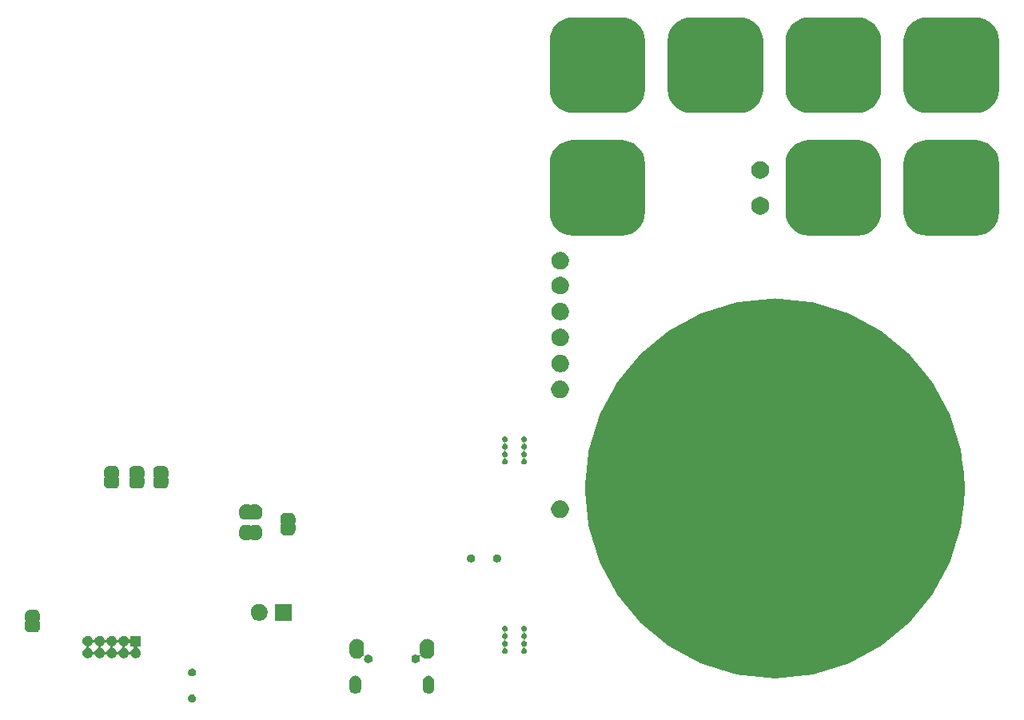
<source format=gbr>
G04 #@! TF.GenerationSoftware,KiCad,Pcbnew,(5.1.5-0-10_14)*
G04 #@! TF.CreationDate,2020-11-25T20:38:56+01:00*
G04 #@! TF.ProjectId,fl-remote,666c2d72-656d-46f7-9465-2e6b69636164,rev?*
G04 #@! TF.SameCoordinates,Original*
G04 #@! TF.FileFunction,Soldermask,Bot*
G04 #@! TF.FilePolarity,Negative*
%FSLAX46Y46*%
G04 Gerber Fmt 4.6, Leading zero omitted, Abs format (unit mm)*
G04 Created by KiCad (PCBNEW (5.1.5-0-10_14)) date 2020-11-25 20:38:56*
%MOMM*%
%LPD*%
G04 APERTURE LIST*
%ADD10C,30.000000*%
%ADD11C,0.100000*%
G04 APERTURE END LIST*
D10*
X150194108Y-106846000D02*
G75*
G03X150194108Y-106846000I-5143108J0D01*
G01*
D11*
G36*
X83445260Y-128679371D02*
G01*
X83479071Y-128693376D01*
X83522784Y-128711482D01*
X83522787Y-128711484D01*
X83592559Y-128758104D01*
X83651896Y-128817441D01*
X83651897Y-128817443D01*
X83698518Y-128887216D01*
X83716624Y-128930929D01*
X83730629Y-128964740D01*
X83747000Y-129047043D01*
X83747000Y-129130957D01*
X83730629Y-129213260D01*
X83716624Y-129247071D01*
X83698518Y-129290784D01*
X83698516Y-129290787D01*
X83651896Y-129360559D01*
X83592559Y-129419896D01*
X83522787Y-129466516D01*
X83522784Y-129466518D01*
X83479071Y-129484624D01*
X83445260Y-129498629D01*
X83362957Y-129515000D01*
X83279043Y-129515000D01*
X83196740Y-129498629D01*
X83162929Y-129484624D01*
X83119216Y-129466518D01*
X83119213Y-129466516D01*
X83049441Y-129419896D01*
X82990104Y-129360559D01*
X82943484Y-129290787D01*
X82943482Y-129290784D01*
X82925376Y-129247071D01*
X82911371Y-129213260D01*
X82895000Y-129130957D01*
X82895000Y-129047043D01*
X82911371Y-128964740D01*
X82925376Y-128930929D01*
X82943482Y-128887216D01*
X82990103Y-128817443D01*
X82990104Y-128817441D01*
X83049441Y-128758104D01*
X83119213Y-128711484D01*
X83119216Y-128711482D01*
X83162929Y-128693376D01*
X83196740Y-128679371D01*
X83279043Y-128663000D01*
X83362957Y-128663000D01*
X83445260Y-128679371D01*
G37*
G36*
X108497714Y-126690058D02*
G01*
X108615721Y-126725855D01*
X108724468Y-126783981D01*
X108819790Y-126862210D01*
X108898019Y-126957532D01*
X108956145Y-127066278D01*
X108991942Y-127184285D01*
X109001000Y-127276254D01*
X109001000Y-127987746D01*
X108991942Y-128079715D01*
X108956145Y-128197722D01*
X108898019Y-128306468D01*
X108819790Y-128401790D01*
X108724468Y-128480019D01*
X108615722Y-128538145D01*
X108497715Y-128573942D01*
X108375000Y-128586028D01*
X108252286Y-128573942D01*
X108134279Y-128538145D01*
X108025533Y-128480019D01*
X107930211Y-128401790D01*
X107851982Y-128306468D01*
X107793855Y-128197721D01*
X107758058Y-128079715D01*
X107749000Y-127987746D01*
X107749000Y-127276255D01*
X107758058Y-127184286D01*
X107793855Y-127066279D01*
X107851981Y-126957532D01*
X107930210Y-126862210D01*
X108025532Y-126783981D01*
X108134278Y-126725855D01*
X108252285Y-126690058D01*
X108375000Y-126677972D01*
X108497714Y-126690058D01*
G37*
G36*
X100747714Y-126690058D02*
G01*
X100865721Y-126725855D01*
X100974468Y-126783981D01*
X101069790Y-126862210D01*
X101148019Y-126957532D01*
X101206145Y-127066278D01*
X101241942Y-127184285D01*
X101251000Y-127276254D01*
X101251000Y-127987746D01*
X101241942Y-128079715D01*
X101206145Y-128197722D01*
X101148019Y-128306468D01*
X101069790Y-128401790D01*
X100974468Y-128480019D01*
X100865722Y-128538145D01*
X100747715Y-128573942D01*
X100625000Y-128586028D01*
X100502286Y-128573942D01*
X100384279Y-128538145D01*
X100275533Y-128480019D01*
X100180211Y-128401790D01*
X100101982Y-128306468D01*
X100043855Y-128197721D01*
X100008058Y-128079715D01*
X99999000Y-127987746D01*
X99999000Y-127276255D01*
X100008058Y-127184286D01*
X100043855Y-127066279D01*
X100101981Y-126957532D01*
X100180210Y-126862210D01*
X100275532Y-126783981D01*
X100384278Y-126725855D01*
X100502285Y-126690058D01*
X100625000Y-126677972D01*
X100747714Y-126690058D01*
G37*
G36*
X83445260Y-125929371D02*
G01*
X83479071Y-125943376D01*
X83522784Y-125961482D01*
X83522787Y-125961484D01*
X83592559Y-126008104D01*
X83651896Y-126067441D01*
X83651897Y-126067443D01*
X83698518Y-126137216D01*
X83716624Y-126180929D01*
X83730629Y-126214740D01*
X83747000Y-126297043D01*
X83747000Y-126380957D01*
X83730629Y-126463260D01*
X83716624Y-126497071D01*
X83698518Y-126540784D01*
X83698516Y-126540787D01*
X83651896Y-126610559D01*
X83592559Y-126669896D01*
X83580472Y-126677972D01*
X83522784Y-126716518D01*
X83479071Y-126734624D01*
X83445260Y-126748629D01*
X83362957Y-126765000D01*
X83279043Y-126765000D01*
X83196740Y-126748629D01*
X83162929Y-126734624D01*
X83119216Y-126716518D01*
X83061528Y-126677972D01*
X83049441Y-126669896D01*
X82990104Y-126610559D01*
X82943484Y-126540787D01*
X82943482Y-126540784D01*
X82925376Y-126497071D01*
X82911371Y-126463260D01*
X82895000Y-126380957D01*
X82895000Y-126297043D01*
X82911371Y-126214740D01*
X82925376Y-126180929D01*
X82943482Y-126137216D01*
X82990103Y-126067443D01*
X82990104Y-126067441D01*
X83049441Y-126008104D01*
X83119213Y-125961484D01*
X83119216Y-125961482D01*
X83162929Y-125943376D01*
X83196740Y-125929371D01*
X83279043Y-125913000D01*
X83362957Y-125913000D01*
X83445260Y-125929371D01*
G37*
G36*
X108377120Y-122792228D02*
G01*
X108523401Y-122836602D01*
X108658206Y-122908657D01*
X108776367Y-123005628D01*
X108873345Y-123123796D01*
X108945398Y-123258598D01*
X108989772Y-123404879D01*
X109001000Y-123518882D01*
X109001000Y-124145118D01*
X108989772Y-124259121D01*
X108945398Y-124405402D01*
X108873345Y-124540204D01*
X108873343Y-124540206D01*
X108873342Y-124540208D01*
X108776369Y-124658369D01*
X108709814Y-124712990D01*
X108658204Y-124755345D01*
X108523402Y-124827398D01*
X108377121Y-124871772D01*
X108225000Y-124886754D01*
X108072880Y-124871772D01*
X107926599Y-124827398D01*
X107791797Y-124755345D01*
X107673628Y-124658366D01*
X107646711Y-124625568D01*
X107629384Y-124608241D01*
X107609009Y-124594627D01*
X107586370Y-124585250D01*
X107562337Y-124580470D01*
X107537833Y-124580470D01*
X107513800Y-124585251D01*
X107491161Y-124594628D01*
X107470787Y-124608242D01*
X107453460Y-124625569D01*
X107439846Y-124645944D01*
X107430469Y-124668583D01*
X107425689Y-124692616D01*
X107425689Y-124717120D01*
X107430470Y-124741153D01*
X107433510Y-124749648D01*
X107451000Y-124837579D01*
X107451000Y-124926421D01*
X107433669Y-125013552D01*
X107399672Y-125095627D01*
X107399671Y-125095629D01*
X107350314Y-125169496D01*
X107287496Y-125232314D01*
X107213629Y-125281671D01*
X107213628Y-125281672D01*
X107213627Y-125281672D01*
X107131552Y-125315669D01*
X107044421Y-125333000D01*
X106955579Y-125333000D01*
X106868448Y-125315669D01*
X106786373Y-125281672D01*
X106786372Y-125281672D01*
X106786371Y-125281671D01*
X106712504Y-125232314D01*
X106649686Y-125169496D01*
X106600329Y-125095629D01*
X106600328Y-125095627D01*
X106566331Y-125013552D01*
X106549000Y-124926421D01*
X106549000Y-124837579D01*
X106566331Y-124750448D01*
X106600328Y-124668373D01*
X106615315Y-124645944D01*
X106640507Y-124608241D01*
X106649685Y-124594505D01*
X106712505Y-124531685D01*
X106785014Y-124483236D01*
X106786371Y-124482329D01*
X106786373Y-124482328D01*
X106868448Y-124448331D01*
X106955579Y-124431000D01*
X107044421Y-124431000D01*
X107131552Y-124448331D01*
X107213627Y-124482328D01*
X107213629Y-124482329D01*
X107214986Y-124483236D01*
X107287495Y-124531685D01*
X107303048Y-124547238D01*
X107321990Y-124562783D01*
X107343601Y-124574334D01*
X107367050Y-124581447D01*
X107391436Y-124583849D01*
X107415822Y-124581447D01*
X107439271Y-124574334D01*
X107460882Y-124562783D01*
X107479824Y-124547238D01*
X107495369Y-124528296D01*
X107506920Y-124506685D01*
X107514033Y-124483236D01*
X107516435Y-124458850D01*
X107514033Y-124434464D01*
X107506920Y-124411015D01*
X107505204Y-124407386D01*
X107500976Y-124393447D01*
X107479242Y-124321802D01*
X107460228Y-124259121D01*
X107449000Y-124145118D01*
X107449000Y-123518883D01*
X107460228Y-123404880D01*
X107504602Y-123258599D01*
X107576657Y-123123794D01*
X107673628Y-123005633D01*
X107758677Y-122935835D01*
X107791792Y-122908658D01*
X107791793Y-122908657D01*
X107791796Y-122908655D01*
X107926598Y-122836602D01*
X108072879Y-122792228D01*
X108225000Y-122777246D01*
X108377120Y-122792228D01*
G37*
G36*
X100927120Y-122792228D02*
G01*
X101073401Y-122836602D01*
X101208206Y-122908657D01*
X101326367Y-123005628D01*
X101423345Y-123123796D01*
X101495398Y-123258598D01*
X101539772Y-123404879D01*
X101551000Y-123518882D01*
X101551000Y-124145118D01*
X101539772Y-124259121D01*
X101493598Y-124411336D01*
X101488948Y-124422561D01*
X101484167Y-124446595D01*
X101484167Y-124471099D01*
X101488946Y-124495132D01*
X101498323Y-124517771D01*
X101511936Y-124538146D01*
X101529263Y-124555473D01*
X101549637Y-124569088D01*
X101572275Y-124578466D01*
X101596309Y-124583247D01*
X101620813Y-124583247D01*
X101644846Y-124578468D01*
X101667485Y-124569091D01*
X101687860Y-124555478D01*
X101696952Y-124547238D01*
X101712505Y-124531685D01*
X101785014Y-124483236D01*
X101786371Y-124482329D01*
X101786373Y-124482328D01*
X101868448Y-124448331D01*
X101955579Y-124431000D01*
X102044421Y-124431000D01*
X102131552Y-124448331D01*
X102213627Y-124482328D01*
X102213629Y-124482329D01*
X102214986Y-124483236D01*
X102287495Y-124531685D01*
X102350315Y-124594505D01*
X102359493Y-124608241D01*
X102384686Y-124645944D01*
X102399672Y-124668373D01*
X102433669Y-124750448D01*
X102451000Y-124837579D01*
X102451000Y-124926421D01*
X102433669Y-125013552D01*
X102399672Y-125095627D01*
X102399671Y-125095629D01*
X102350314Y-125169496D01*
X102287496Y-125232314D01*
X102213629Y-125281671D01*
X102213628Y-125281672D01*
X102213627Y-125281672D01*
X102131552Y-125315669D01*
X102044421Y-125333000D01*
X101955579Y-125333000D01*
X101868448Y-125315669D01*
X101786373Y-125281672D01*
X101786372Y-125281672D01*
X101786371Y-125281671D01*
X101712504Y-125232314D01*
X101649686Y-125169496D01*
X101600329Y-125095629D01*
X101600328Y-125095627D01*
X101566331Y-125013552D01*
X101549000Y-124926421D01*
X101549000Y-124837579D01*
X101566807Y-124748054D01*
X101572510Y-124729257D01*
X101574912Y-124704871D01*
X101572511Y-124680485D01*
X101565398Y-124657036D01*
X101553847Y-124635425D01*
X101538302Y-124616483D01*
X101519361Y-124600937D01*
X101497750Y-124589386D01*
X101474301Y-124582272D01*
X101449915Y-124579870D01*
X101425529Y-124582271D01*
X101402080Y-124589384D01*
X101380469Y-124600935D01*
X101361527Y-124616480D01*
X101353288Y-124625570D01*
X101326372Y-124658367D01*
X101208204Y-124755345D01*
X101073402Y-124827398D01*
X100927121Y-124871772D01*
X100775000Y-124886754D01*
X100622880Y-124871772D01*
X100476599Y-124827398D01*
X100341797Y-124755345D01*
X100290188Y-124712990D01*
X100223632Y-124658369D01*
X100196714Y-124625570D01*
X100126657Y-124540206D01*
X100054601Y-124405400D01*
X100010228Y-124259121D01*
X99999000Y-124145118D01*
X99999000Y-123518883D01*
X100010228Y-123404880D01*
X100054602Y-123258599D01*
X100126657Y-123123794D01*
X100223628Y-123005633D01*
X100308677Y-122935835D01*
X100341792Y-122908658D01*
X100341793Y-122908657D01*
X100341796Y-122908655D01*
X100476598Y-122836602D01*
X100622879Y-122792228D01*
X100775000Y-122777246D01*
X100927120Y-122792228D01*
G37*
G36*
X72432721Y-122485174D02*
G01*
X72532995Y-122526709D01*
X72532996Y-122526710D01*
X72623242Y-122587010D01*
X72699990Y-122663758D01*
X72715665Y-122687218D01*
X72760291Y-122754005D01*
X72791516Y-122829389D01*
X72803067Y-122851000D01*
X72818612Y-122869941D01*
X72837554Y-122885487D01*
X72859165Y-122897038D01*
X72882614Y-122904151D01*
X72907000Y-122906553D01*
X72931386Y-122904151D01*
X72954835Y-122897038D01*
X72976446Y-122885487D01*
X72995387Y-122869942D01*
X73010933Y-122851000D01*
X73022484Y-122829389D01*
X73053709Y-122754005D01*
X73098335Y-122687218D01*
X73114010Y-122663758D01*
X73190758Y-122587010D01*
X73281004Y-122526710D01*
X73281005Y-122526709D01*
X73381279Y-122485174D01*
X73487730Y-122464000D01*
X73596270Y-122464000D01*
X73702721Y-122485174D01*
X73802995Y-122526709D01*
X73802996Y-122526710D01*
X73893242Y-122587010D01*
X73969990Y-122663758D01*
X73985665Y-122687218D01*
X74030291Y-122754005D01*
X74061516Y-122829389D01*
X74073067Y-122851000D01*
X74088612Y-122869941D01*
X74107554Y-122885487D01*
X74129165Y-122897038D01*
X74152614Y-122904151D01*
X74177000Y-122906553D01*
X74201386Y-122904151D01*
X74224835Y-122897038D01*
X74246446Y-122885487D01*
X74265387Y-122869942D01*
X74280933Y-122851000D01*
X74292484Y-122829389D01*
X74323709Y-122754005D01*
X74368335Y-122687218D01*
X74384010Y-122663758D01*
X74460758Y-122587010D01*
X74551004Y-122526710D01*
X74551005Y-122526709D01*
X74651279Y-122485174D01*
X74757730Y-122464000D01*
X74866270Y-122464000D01*
X74972721Y-122485174D01*
X75072995Y-122526709D01*
X75072996Y-122526710D01*
X75163242Y-122587010D01*
X75239990Y-122663758D01*
X75255665Y-122687218D01*
X75300291Y-122754005D01*
X75331516Y-122829389D01*
X75343067Y-122851000D01*
X75358612Y-122869941D01*
X75377554Y-122885487D01*
X75399165Y-122897038D01*
X75422614Y-122904151D01*
X75447000Y-122906553D01*
X75471386Y-122904151D01*
X75494835Y-122897038D01*
X75516446Y-122885487D01*
X75535387Y-122869942D01*
X75550933Y-122851000D01*
X75562484Y-122829389D01*
X75593709Y-122754005D01*
X75638335Y-122687218D01*
X75654010Y-122663758D01*
X75730758Y-122587010D01*
X75821004Y-122526710D01*
X75821005Y-122526709D01*
X75921279Y-122485174D01*
X76027730Y-122464000D01*
X76136270Y-122464000D01*
X76242721Y-122485174D01*
X76342995Y-122526709D01*
X76342996Y-122526710D01*
X76433242Y-122587010D01*
X76509990Y-122663758D01*
X76525665Y-122687218D01*
X76572068Y-122756664D01*
X76587614Y-122775606D01*
X76606556Y-122791151D01*
X76628167Y-122802702D01*
X76651615Y-122809815D01*
X76676002Y-122812217D01*
X76700388Y-122809815D01*
X76723837Y-122802702D01*
X76745447Y-122791151D01*
X76764389Y-122775605D01*
X76779934Y-122756663D01*
X76791485Y-122735052D01*
X76798598Y-122711604D01*
X76801000Y-122687218D01*
X76801000Y-122464000D01*
X77903000Y-122464000D01*
X77903000Y-123566000D01*
X77679782Y-123566000D01*
X77655396Y-123568402D01*
X77631947Y-123575515D01*
X77610336Y-123587066D01*
X77591394Y-123602611D01*
X77575849Y-123621553D01*
X77564298Y-123643164D01*
X77557185Y-123666613D01*
X77554783Y-123690999D01*
X77557185Y-123715385D01*
X77564298Y-123738834D01*
X77575849Y-123760445D01*
X77591394Y-123779387D01*
X77610336Y-123794932D01*
X77649735Y-123821258D01*
X77703242Y-123857010D01*
X77779990Y-123933758D01*
X77810345Y-123979188D01*
X77840291Y-124024005D01*
X77881826Y-124124279D01*
X77903000Y-124230730D01*
X77903000Y-124339270D01*
X77881826Y-124445721D01*
X77840291Y-124545995D01*
X77824861Y-124569088D01*
X77779990Y-124636242D01*
X77703242Y-124712990D01*
X77661093Y-124741153D01*
X77612995Y-124773291D01*
X77512721Y-124814826D01*
X77406270Y-124836000D01*
X77297730Y-124836000D01*
X77191279Y-124814826D01*
X77091005Y-124773291D01*
X77042907Y-124741153D01*
X77000758Y-124712990D01*
X76924010Y-124636242D01*
X76879139Y-124569088D01*
X76863709Y-124545995D01*
X76832484Y-124470611D01*
X76820933Y-124449000D01*
X76805388Y-124430059D01*
X76786446Y-124414513D01*
X76764835Y-124402962D01*
X76741386Y-124395849D01*
X76717000Y-124393447D01*
X76692614Y-124395849D01*
X76669165Y-124402962D01*
X76647554Y-124414513D01*
X76628613Y-124430058D01*
X76613067Y-124449000D01*
X76601516Y-124470611D01*
X76570291Y-124545995D01*
X76554861Y-124569088D01*
X76509990Y-124636242D01*
X76433242Y-124712990D01*
X76391093Y-124741153D01*
X76342995Y-124773291D01*
X76242721Y-124814826D01*
X76136270Y-124836000D01*
X76027730Y-124836000D01*
X75921279Y-124814826D01*
X75821005Y-124773291D01*
X75772907Y-124741153D01*
X75730758Y-124712990D01*
X75654010Y-124636242D01*
X75609139Y-124569088D01*
X75593709Y-124545995D01*
X75562484Y-124470611D01*
X75550933Y-124449000D01*
X75535388Y-124430059D01*
X75516446Y-124414513D01*
X75494835Y-124402962D01*
X75471386Y-124395849D01*
X75447000Y-124393447D01*
X75422614Y-124395849D01*
X75399165Y-124402962D01*
X75377554Y-124414513D01*
X75358613Y-124430058D01*
X75343067Y-124449000D01*
X75331516Y-124470611D01*
X75300291Y-124545995D01*
X75284861Y-124569088D01*
X75239990Y-124636242D01*
X75163242Y-124712990D01*
X75121093Y-124741153D01*
X75072995Y-124773291D01*
X74972721Y-124814826D01*
X74866270Y-124836000D01*
X74757730Y-124836000D01*
X74651279Y-124814826D01*
X74551005Y-124773291D01*
X74502907Y-124741153D01*
X74460758Y-124712990D01*
X74384010Y-124636242D01*
X74339139Y-124569088D01*
X74323709Y-124545995D01*
X74292484Y-124470611D01*
X74280933Y-124449000D01*
X74265388Y-124430059D01*
X74246446Y-124414513D01*
X74224835Y-124402962D01*
X74201386Y-124395849D01*
X74177000Y-124393447D01*
X74152614Y-124395849D01*
X74129165Y-124402962D01*
X74107554Y-124414513D01*
X74088613Y-124430058D01*
X74073067Y-124449000D01*
X74061516Y-124470611D01*
X74030291Y-124545995D01*
X74014861Y-124569088D01*
X73969990Y-124636242D01*
X73893242Y-124712990D01*
X73851093Y-124741153D01*
X73802995Y-124773291D01*
X73702721Y-124814826D01*
X73596270Y-124836000D01*
X73487730Y-124836000D01*
X73381279Y-124814826D01*
X73281005Y-124773291D01*
X73232907Y-124741153D01*
X73190758Y-124712990D01*
X73114010Y-124636242D01*
X73069139Y-124569088D01*
X73053709Y-124545995D01*
X73022484Y-124470611D01*
X73010933Y-124449000D01*
X72995388Y-124430059D01*
X72976446Y-124414513D01*
X72954835Y-124402962D01*
X72931386Y-124395849D01*
X72907000Y-124393447D01*
X72882614Y-124395849D01*
X72859165Y-124402962D01*
X72837554Y-124414513D01*
X72818613Y-124430058D01*
X72803067Y-124449000D01*
X72791516Y-124470611D01*
X72760291Y-124545995D01*
X72744861Y-124569088D01*
X72699990Y-124636242D01*
X72623242Y-124712990D01*
X72581093Y-124741153D01*
X72532995Y-124773291D01*
X72432721Y-124814826D01*
X72326270Y-124836000D01*
X72217730Y-124836000D01*
X72111279Y-124814826D01*
X72011005Y-124773291D01*
X71962907Y-124741153D01*
X71920758Y-124712990D01*
X71844010Y-124636242D01*
X71799139Y-124569088D01*
X71783709Y-124545995D01*
X71742174Y-124445721D01*
X71721000Y-124339270D01*
X71721000Y-124230730D01*
X71742174Y-124124279D01*
X71783709Y-124024005D01*
X71813655Y-123979188D01*
X71844010Y-123933758D01*
X71920758Y-123857010D01*
X71974265Y-123821258D01*
X72011005Y-123796709D01*
X72086389Y-123765484D01*
X72108000Y-123753933D01*
X72126941Y-123738388D01*
X72142487Y-123719446D01*
X72154038Y-123697835D01*
X72161151Y-123674386D01*
X72163553Y-123650000D01*
X72380447Y-123650000D01*
X72382849Y-123674386D01*
X72389962Y-123697835D01*
X72401513Y-123719446D01*
X72417058Y-123738387D01*
X72436000Y-123753933D01*
X72457611Y-123765484D01*
X72532995Y-123796709D01*
X72569735Y-123821258D01*
X72623242Y-123857010D01*
X72699990Y-123933758D01*
X72730345Y-123979188D01*
X72760291Y-124024005D01*
X72791516Y-124099389D01*
X72803067Y-124121000D01*
X72818612Y-124139941D01*
X72837554Y-124155487D01*
X72859165Y-124167038D01*
X72882614Y-124174151D01*
X72907000Y-124176553D01*
X72931386Y-124174151D01*
X72954835Y-124167038D01*
X72976446Y-124155487D01*
X72995387Y-124139942D01*
X73010933Y-124121000D01*
X73022484Y-124099389D01*
X73053709Y-124024005D01*
X73083655Y-123979188D01*
X73114010Y-123933758D01*
X73190758Y-123857010D01*
X73244265Y-123821258D01*
X73281005Y-123796709D01*
X73356389Y-123765484D01*
X73378000Y-123753933D01*
X73396941Y-123738388D01*
X73412487Y-123719446D01*
X73424038Y-123697835D01*
X73431151Y-123674386D01*
X73433553Y-123650000D01*
X73650447Y-123650000D01*
X73652849Y-123674386D01*
X73659962Y-123697835D01*
X73671513Y-123719446D01*
X73687058Y-123738387D01*
X73706000Y-123753933D01*
X73727611Y-123765484D01*
X73802995Y-123796709D01*
X73839735Y-123821258D01*
X73893242Y-123857010D01*
X73969990Y-123933758D01*
X74000345Y-123979188D01*
X74030291Y-124024005D01*
X74061516Y-124099389D01*
X74073067Y-124121000D01*
X74088612Y-124139941D01*
X74107554Y-124155487D01*
X74129165Y-124167038D01*
X74152614Y-124174151D01*
X74177000Y-124176553D01*
X74201386Y-124174151D01*
X74224835Y-124167038D01*
X74246446Y-124155487D01*
X74265387Y-124139942D01*
X74280933Y-124121000D01*
X74292484Y-124099389D01*
X74323709Y-124024005D01*
X74353655Y-123979188D01*
X74384010Y-123933758D01*
X74460758Y-123857010D01*
X74514265Y-123821258D01*
X74551005Y-123796709D01*
X74626389Y-123765484D01*
X74648000Y-123753933D01*
X74666941Y-123738388D01*
X74682487Y-123719446D01*
X74694038Y-123697835D01*
X74701151Y-123674386D01*
X74703553Y-123650000D01*
X74920447Y-123650000D01*
X74922849Y-123674386D01*
X74929962Y-123697835D01*
X74941513Y-123719446D01*
X74957058Y-123738387D01*
X74976000Y-123753933D01*
X74997611Y-123765484D01*
X75072995Y-123796709D01*
X75109735Y-123821258D01*
X75163242Y-123857010D01*
X75239990Y-123933758D01*
X75270345Y-123979188D01*
X75300291Y-124024005D01*
X75331516Y-124099389D01*
X75343067Y-124121000D01*
X75358612Y-124139941D01*
X75377554Y-124155487D01*
X75399165Y-124167038D01*
X75422614Y-124174151D01*
X75447000Y-124176553D01*
X75471386Y-124174151D01*
X75494835Y-124167038D01*
X75516446Y-124155487D01*
X75535387Y-124139942D01*
X75550933Y-124121000D01*
X75562484Y-124099389D01*
X75593709Y-124024005D01*
X75623655Y-123979188D01*
X75654010Y-123933758D01*
X75730758Y-123857010D01*
X75784265Y-123821258D01*
X75821005Y-123796709D01*
X75896389Y-123765484D01*
X75918000Y-123753933D01*
X75936941Y-123738388D01*
X75952487Y-123719446D01*
X75964038Y-123697835D01*
X75971151Y-123674386D01*
X75973553Y-123650000D01*
X76190447Y-123650000D01*
X76192849Y-123674386D01*
X76199962Y-123697835D01*
X76211513Y-123719446D01*
X76227058Y-123738387D01*
X76246000Y-123753933D01*
X76267611Y-123765484D01*
X76342995Y-123796709D01*
X76379735Y-123821258D01*
X76433242Y-123857010D01*
X76509990Y-123933758D01*
X76540345Y-123979188D01*
X76570291Y-124024005D01*
X76601516Y-124099389D01*
X76613067Y-124121000D01*
X76628612Y-124139941D01*
X76647554Y-124155487D01*
X76669165Y-124167038D01*
X76692614Y-124174151D01*
X76717000Y-124176553D01*
X76741386Y-124174151D01*
X76764835Y-124167038D01*
X76786446Y-124155487D01*
X76805387Y-124139942D01*
X76820933Y-124121000D01*
X76832484Y-124099389D01*
X76863709Y-124024005D01*
X76893655Y-123979188D01*
X76924010Y-123933758D01*
X77000758Y-123857010D01*
X77054265Y-123821258D01*
X77093664Y-123794932D01*
X77112606Y-123779386D01*
X77128151Y-123760444D01*
X77139702Y-123738833D01*
X77146815Y-123715385D01*
X77149217Y-123690998D01*
X77146815Y-123666612D01*
X77139702Y-123643163D01*
X77128151Y-123621553D01*
X77112605Y-123602611D01*
X77093663Y-123587066D01*
X77072052Y-123575515D01*
X77048604Y-123568402D01*
X77024218Y-123566000D01*
X76801000Y-123566000D01*
X76801000Y-123342782D01*
X76798598Y-123318396D01*
X76791485Y-123294947D01*
X76779934Y-123273336D01*
X76764389Y-123254394D01*
X76745447Y-123238849D01*
X76723836Y-123227298D01*
X76700387Y-123220185D01*
X76676001Y-123217783D01*
X76651615Y-123220185D01*
X76628166Y-123227298D01*
X76606555Y-123238849D01*
X76587613Y-123254394D01*
X76572068Y-123273336D01*
X76530988Y-123334816D01*
X76509990Y-123366242D01*
X76433242Y-123442990D01*
X76387812Y-123473345D01*
X76342995Y-123503291D01*
X76267611Y-123534516D01*
X76246000Y-123546067D01*
X76227059Y-123561612D01*
X76211513Y-123580554D01*
X76199962Y-123602165D01*
X76192849Y-123625614D01*
X76190447Y-123650000D01*
X75973553Y-123650000D01*
X75971151Y-123625614D01*
X75964038Y-123602165D01*
X75952487Y-123580554D01*
X75936942Y-123561613D01*
X75918000Y-123546067D01*
X75896389Y-123534516D01*
X75821005Y-123503291D01*
X75776188Y-123473345D01*
X75730758Y-123442990D01*
X75654010Y-123366242D01*
X75621539Y-123317646D01*
X75593709Y-123275995D01*
X75562484Y-123200611D01*
X75550933Y-123179000D01*
X75535388Y-123160059D01*
X75516446Y-123144513D01*
X75494835Y-123132962D01*
X75471386Y-123125849D01*
X75447000Y-123123447D01*
X75422614Y-123125849D01*
X75399165Y-123132962D01*
X75377554Y-123144513D01*
X75358613Y-123160058D01*
X75343067Y-123179000D01*
X75331516Y-123200611D01*
X75300291Y-123275995D01*
X75272461Y-123317646D01*
X75239990Y-123366242D01*
X75163242Y-123442990D01*
X75117812Y-123473345D01*
X75072995Y-123503291D01*
X74997611Y-123534516D01*
X74976000Y-123546067D01*
X74957059Y-123561612D01*
X74941513Y-123580554D01*
X74929962Y-123602165D01*
X74922849Y-123625614D01*
X74920447Y-123650000D01*
X74703553Y-123650000D01*
X74701151Y-123625614D01*
X74694038Y-123602165D01*
X74682487Y-123580554D01*
X74666942Y-123561613D01*
X74648000Y-123546067D01*
X74626389Y-123534516D01*
X74551005Y-123503291D01*
X74506188Y-123473345D01*
X74460758Y-123442990D01*
X74384010Y-123366242D01*
X74351539Y-123317646D01*
X74323709Y-123275995D01*
X74292484Y-123200611D01*
X74280933Y-123179000D01*
X74265388Y-123160059D01*
X74246446Y-123144513D01*
X74224835Y-123132962D01*
X74201386Y-123125849D01*
X74177000Y-123123447D01*
X74152614Y-123125849D01*
X74129165Y-123132962D01*
X74107554Y-123144513D01*
X74088613Y-123160058D01*
X74073067Y-123179000D01*
X74061516Y-123200611D01*
X74030291Y-123275995D01*
X74002461Y-123317646D01*
X73969990Y-123366242D01*
X73893242Y-123442990D01*
X73847812Y-123473345D01*
X73802995Y-123503291D01*
X73727611Y-123534516D01*
X73706000Y-123546067D01*
X73687059Y-123561612D01*
X73671513Y-123580554D01*
X73659962Y-123602165D01*
X73652849Y-123625614D01*
X73650447Y-123650000D01*
X73433553Y-123650000D01*
X73431151Y-123625614D01*
X73424038Y-123602165D01*
X73412487Y-123580554D01*
X73396942Y-123561613D01*
X73378000Y-123546067D01*
X73356389Y-123534516D01*
X73281005Y-123503291D01*
X73236188Y-123473345D01*
X73190758Y-123442990D01*
X73114010Y-123366242D01*
X73081539Y-123317646D01*
X73053709Y-123275995D01*
X73022484Y-123200611D01*
X73010933Y-123179000D01*
X72995388Y-123160059D01*
X72976446Y-123144513D01*
X72954835Y-123132962D01*
X72931386Y-123125849D01*
X72907000Y-123123447D01*
X72882614Y-123125849D01*
X72859165Y-123132962D01*
X72837554Y-123144513D01*
X72818613Y-123160058D01*
X72803067Y-123179000D01*
X72791516Y-123200611D01*
X72760291Y-123275995D01*
X72732461Y-123317646D01*
X72699990Y-123366242D01*
X72623242Y-123442990D01*
X72577812Y-123473345D01*
X72532995Y-123503291D01*
X72457611Y-123534516D01*
X72436000Y-123546067D01*
X72417059Y-123561612D01*
X72401513Y-123580554D01*
X72389962Y-123602165D01*
X72382849Y-123625614D01*
X72380447Y-123650000D01*
X72163553Y-123650000D01*
X72161151Y-123625614D01*
X72154038Y-123602165D01*
X72142487Y-123580554D01*
X72126942Y-123561613D01*
X72108000Y-123546067D01*
X72086389Y-123534516D01*
X72011005Y-123503291D01*
X71966188Y-123473345D01*
X71920758Y-123442990D01*
X71844010Y-123366242D01*
X71811539Y-123317646D01*
X71783709Y-123275995D01*
X71742174Y-123175721D01*
X71721000Y-123069270D01*
X71721000Y-122960730D01*
X71742174Y-122854279D01*
X71783709Y-122754005D01*
X71828335Y-122687218D01*
X71844010Y-122663758D01*
X71920758Y-122587010D01*
X72011004Y-122526710D01*
X72011005Y-122526709D01*
X72111279Y-122485174D01*
X72217730Y-122464000D01*
X72326270Y-122464000D01*
X72432721Y-122485174D01*
G37*
G36*
X118587797Y-121398567D02*
G01*
X118642575Y-121421257D01*
X118642577Y-121421258D01*
X118691876Y-121454198D01*
X118733802Y-121496124D01*
X118766742Y-121545423D01*
X118766743Y-121545425D01*
X118789433Y-121600203D01*
X118801000Y-121658353D01*
X118801000Y-121717647D01*
X118789433Y-121775797D01*
X118771882Y-121818169D01*
X118766742Y-121830577D01*
X118733802Y-121879876D01*
X118691876Y-121921802D01*
X118642577Y-121954742D01*
X118642576Y-121954743D01*
X118642575Y-121954743D01*
X118599668Y-121972516D01*
X118578057Y-121984067D01*
X118559115Y-121999613D01*
X118543570Y-122018555D01*
X118532019Y-122040165D01*
X118524906Y-122063614D01*
X118522504Y-122088000D01*
X118524906Y-122112387D01*
X118532019Y-122135835D01*
X118543570Y-122157446D01*
X118559116Y-122176388D01*
X118578058Y-122191933D01*
X118599668Y-122203484D01*
X118642575Y-122221257D01*
X118642577Y-122221258D01*
X118691876Y-122254198D01*
X118733802Y-122296124D01*
X118766742Y-122345423D01*
X118766743Y-122345425D01*
X118789433Y-122400203D01*
X118801000Y-122458353D01*
X118801000Y-122517647D01*
X118789433Y-122575797D01*
X118784788Y-122587010D01*
X118766742Y-122630577D01*
X118733802Y-122679876D01*
X118691876Y-122721802D01*
X118642577Y-122754742D01*
X118642576Y-122754743D01*
X118642575Y-122754743D01*
X118599668Y-122772516D01*
X118578057Y-122784067D01*
X118559115Y-122799613D01*
X118543570Y-122818555D01*
X118532019Y-122840165D01*
X118524906Y-122863614D01*
X118522504Y-122888000D01*
X118524906Y-122912387D01*
X118532019Y-122935835D01*
X118543570Y-122957446D01*
X118559116Y-122976388D01*
X118578058Y-122991933D01*
X118599668Y-123003484D01*
X118642575Y-123021257D01*
X118642577Y-123021258D01*
X118691876Y-123054198D01*
X118733802Y-123096124D01*
X118753663Y-123125849D01*
X118766743Y-123145425D01*
X118789433Y-123200203D01*
X118801000Y-123258353D01*
X118801000Y-123317647D01*
X118789433Y-123375797D01*
X118777386Y-123404880D01*
X118766742Y-123430577D01*
X118733802Y-123479876D01*
X118691876Y-123521802D01*
X118642577Y-123554742D01*
X118642576Y-123554743D01*
X118642575Y-123554743D01*
X118599668Y-123572516D01*
X118578057Y-123584067D01*
X118559115Y-123599613D01*
X118543570Y-123618555D01*
X118532019Y-123640165D01*
X118524906Y-123663614D01*
X118522504Y-123688000D01*
X118524906Y-123712387D01*
X118532019Y-123735835D01*
X118543570Y-123757446D01*
X118559116Y-123776388D01*
X118578058Y-123791933D01*
X118599668Y-123803484D01*
X118642575Y-123821257D01*
X118642577Y-123821258D01*
X118691876Y-123854198D01*
X118733802Y-123896124D01*
X118758949Y-123933760D01*
X118766743Y-123945425D01*
X118789433Y-124000203D01*
X118801000Y-124058353D01*
X118801000Y-124117647D01*
X118789433Y-124175797D01*
X118766743Y-124230575D01*
X118766742Y-124230577D01*
X118733802Y-124279876D01*
X118691876Y-124321802D01*
X118642577Y-124354742D01*
X118642576Y-124354743D01*
X118642575Y-124354743D01*
X118587797Y-124377433D01*
X118529647Y-124389000D01*
X118470353Y-124389000D01*
X118412203Y-124377433D01*
X118357425Y-124354743D01*
X118357424Y-124354743D01*
X118357423Y-124354742D01*
X118308124Y-124321802D01*
X118266198Y-124279876D01*
X118233258Y-124230577D01*
X118233257Y-124230575D01*
X118210567Y-124175797D01*
X118199000Y-124117647D01*
X118199000Y-124058353D01*
X118210567Y-124000203D01*
X118233257Y-123945425D01*
X118241051Y-123933760D01*
X118266198Y-123896124D01*
X118308124Y-123854198D01*
X118357423Y-123821258D01*
X118357425Y-123821257D01*
X118400332Y-123803484D01*
X118421943Y-123791933D01*
X118440885Y-123776387D01*
X118456430Y-123757445D01*
X118467981Y-123735835D01*
X118475094Y-123712386D01*
X118477496Y-123688000D01*
X118475094Y-123663613D01*
X118467981Y-123640165D01*
X118456430Y-123618554D01*
X118440884Y-123599612D01*
X118421942Y-123584067D01*
X118400332Y-123572516D01*
X118357425Y-123554743D01*
X118357424Y-123554743D01*
X118357423Y-123554742D01*
X118308124Y-123521802D01*
X118266198Y-123479876D01*
X118233258Y-123430577D01*
X118222614Y-123404880D01*
X118210567Y-123375797D01*
X118199000Y-123317647D01*
X118199000Y-123258353D01*
X118210567Y-123200203D01*
X118233257Y-123145425D01*
X118246337Y-123125849D01*
X118266198Y-123096124D01*
X118308124Y-123054198D01*
X118357423Y-123021258D01*
X118357425Y-123021257D01*
X118400332Y-123003484D01*
X118421943Y-122991933D01*
X118440885Y-122976387D01*
X118456430Y-122957445D01*
X118467981Y-122935835D01*
X118475094Y-122912386D01*
X118477496Y-122888000D01*
X118475094Y-122863613D01*
X118467981Y-122840165D01*
X118456430Y-122818554D01*
X118440884Y-122799612D01*
X118421942Y-122784067D01*
X118400332Y-122772516D01*
X118357425Y-122754743D01*
X118357424Y-122754743D01*
X118357423Y-122754742D01*
X118308124Y-122721802D01*
X118266198Y-122679876D01*
X118233258Y-122630577D01*
X118215212Y-122587010D01*
X118210567Y-122575797D01*
X118199000Y-122517647D01*
X118199000Y-122458353D01*
X118210567Y-122400203D01*
X118233257Y-122345425D01*
X118233258Y-122345423D01*
X118266198Y-122296124D01*
X118308124Y-122254198D01*
X118357423Y-122221258D01*
X118357425Y-122221257D01*
X118400332Y-122203484D01*
X118421943Y-122191933D01*
X118440885Y-122176387D01*
X118456430Y-122157445D01*
X118467981Y-122135835D01*
X118475094Y-122112386D01*
X118477496Y-122088000D01*
X118475094Y-122063613D01*
X118467981Y-122040165D01*
X118456430Y-122018554D01*
X118440884Y-121999612D01*
X118421942Y-121984067D01*
X118400332Y-121972516D01*
X118357425Y-121954743D01*
X118357424Y-121954743D01*
X118357423Y-121954742D01*
X118308124Y-121921802D01*
X118266198Y-121879876D01*
X118233258Y-121830577D01*
X118228118Y-121818169D01*
X118210567Y-121775797D01*
X118199000Y-121717647D01*
X118199000Y-121658353D01*
X118210567Y-121600203D01*
X118233257Y-121545425D01*
X118233258Y-121545423D01*
X118266198Y-121496124D01*
X118308124Y-121454198D01*
X118357423Y-121421258D01*
X118357425Y-121421257D01*
X118412203Y-121398567D01*
X118470353Y-121387000D01*
X118529647Y-121387000D01*
X118587797Y-121398567D01*
G37*
G36*
X116555797Y-121398567D02*
G01*
X116610575Y-121421257D01*
X116610577Y-121421258D01*
X116659876Y-121454198D01*
X116701802Y-121496124D01*
X116734742Y-121545423D01*
X116734743Y-121545425D01*
X116757433Y-121600203D01*
X116769000Y-121658353D01*
X116769000Y-121717647D01*
X116757433Y-121775797D01*
X116739882Y-121818169D01*
X116734742Y-121830577D01*
X116701802Y-121879876D01*
X116659876Y-121921802D01*
X116610577Y-121954742D01*
X116610576Y-121954743D01*
X116610575Y-121954743D01*
X116567668Y-121972516D01*
X116546057Y-121984067D01*
X116527115Y-121999613D01*
X116511570Y-122018555D01*
X116500019Y-122040165D01*
X116492906Y-122063614D01*
X116490504Y-122088000D01*
X116492906Y-122112387D01*
X116500019Y-122135835D01*
X116511570Y-122157446D01*
X116527116Y-122176388D01*
X116546058Y-122191933D01*
X116567668Y-122203484D01*
X116610575Y-122221257D01*
X116610577Y-122221258D01*
X116659876Y-122254198D01*
X116701802Y-122296124D01*
X116734742Y-122345423D01*
X116734743Y-122345425D01*
X116757433Y-122400203D01*
X116769000Y-122458353D01*
X116769000Y-122517647D01*
X116757433Y-122575797D01*
X116752788Y-122587010D01*
X116734742Y-122630577D01*
X116701802Y-122679876D01*
X116659876Y-122721802D01*
X116610577Y-122754742D01*
X116610576Y-122754743D01*
X116610575Y-122754743D01*
X116567668Y-122772516D01*
X116546057Y-122784067D01*
X116527115Y-122799613D01*
X116511570Y-122818555D01*
X116500019Y-122840165D01*
X116492906Y-122863614D01*
X116490504Y-122888000D01*
X116492906Y-122912387D01*
X116500019Y-122935835D01*
X116511570Y-122957446D01*
X116527116Y-122976388D01*
X116546058Y-122991933D01*
X116567668Y-123003484D01*
X116610575Y-123021257D01*
X116610577Y-123021258D01*
X116659876Y-123054198D01*
X116701802Y-123096124D01*
X116721663Y-123125849D01*
X116734743Y-123145425D01*
X116757433Y-123200203D01*
X116769000Y-123258353D01*
X116769000Y-123317647D01*
X116757433Y-123375797D01*
X116745386Y-123404880D01*
X116734742Y-123430577D01*
X116701802Y-123479876D01*
X116659876Y-123521802D01*
X116610577Y-123554742D01*
X116610576Y-123554743D01*
X116610575Y-123554743D01*
X116567668Y-123572516D01*
X116546057Y-123584067D01*
X116527115Y-123599613D01*
X116511570Y-123618555D01*
X116500019Y-123640165D01*
X116492906Y-123663614D01*
X116490504Y-123688000D01*
X116492906Y-123712387D01*
X116500019Y-123735835D01*
X116511570Y-123757446D01*
X116527116Y-123776388D01*
X116546058Y-123791933D01*
X116567668Y-123803484D01*
X116610575Y-123821257D01*
X116610577Y-123821258D01*
X116659876Y-123854198D01*
X116701802Y-123896124D01*
X116726949Y-123933760D01*
X116734743Y-123945425D01*
X116757433Y-124000203D01*
X116769000Y-124058353D01*
X116769000Y-124117647D01*
X116757433Y-124175797D01*
X116734743Y-124230575D01*
X116734742Y-124230577D01*
X116701802Y-124279876D01*
X116659876Y-124321802D01*
X116610577Y-124354742D01*
X116610576Y-124354743D01*
X116610575Y-124354743D01*
X116555797Y-124377433D01*
X116497647Y-124389000D01*
X116438353Y-124389000D01*
X116380203Y-124377433D01*
X116325425Y-124354743D01*
X116325424Y-124354743D01*
X116325423Y-124354742D01*
X116276124Y-124321802D01*
X116234198Y-124279876D01*
X116201258Y-124230577D01*
X116201257Y-124230575D01*
X116178567Y-124175797D01*
X116167000Y-124117647D01*
X116167000Y-124058353D01*
X116178567Y-124000203D01*
X116201257Y-123945425D01*
X116209051Y-123933760D01*
X116234198Y-123896124D01*
X116276124Y-123854198D01*
X116325423Y-123821258D01*
X116325425Y-123821257D01*
X116368332Y-123803484D01*
X116389943Y-123791933D01*
X116408885Y-123776387D01*
X116424430Y-123757445D01*
X116435981Y-123735835D01*
X116443094Y-123712386D01*
X116445496Y-123688000D01*
X116443094Y-123663613D01*
X116435981Y-123640165D01*
X116424430Y-123618554D01*
X116408884Y-123599612D01*
X116389942Y-123584067D01*
X116368332Y-123572516D01*
X116325425Y-123554743D01*
X116325424Y-123554743D01*
X116325423Y-123554742D01*
X116276124Y-123521802D01*
X116234198Y-123479876D01*
X116201258Y-123430577D01*
X116190614Y-123404880D01*
X116178567Y-123375797D01*
X116167000Y-123317647D01*
X116167000Y-123258353D01*
X116178567Y-123200203D01*
X116201257Y-123145425D01*
X116214337Y-123125849D01*
X116234198Y-123096124D01*
X116276124Y-123054198D01*
X116325423Y-123021258D01*
X116325425Y-123021257D01*
X116368332Y-123003484D01*
X116389943Y-122991933D01*
X116408885Y-122976387D01*
X116424430Y-122957445D01*
X116435981Y-122935835D01*
X116443094Y-122912386D01*
X116445496Y-122888000D01*
X116443094Y-122863613D01*
X116435981Y-122840165D01*
X116424430Y-122818554D01*
X116408884Y-122799612D01*
X116389942Y-122784067D01*
X116368332Y-122772516D01*
X116325425Y-122754743D01*
X116325424Y-122754743D01*
X116325423Y-122754742D01*
X116276124Y-122721802D01*
X116234198Y-122679876D01*
X116201258Y-122630577D01*
X116183212Y-122587010D01*
X116178567Y-122575797D01*
X116167000Y-122517647D01*
X116167000Y-122458353D01*
X116178567Y-122400203D01*
X116201257Y-122345425D01*
X116201258Y-122345423D01*
X116234198Y-122296124D01*
X116276124Y-122254198D01*
X116325423Y-122221258D01*
X116325425Y-122221257D01*
X116368332Y-122203484D01*
X116389943Y-122191933D01*
X116408885Y-122176387D01*
X116424430Y-122157445D01*
X116435981Y-122135835D01*
X116443094Y-122112386D01*
X116445496Y-122088000D01*
X116443094Y-122063613D01*
X116435981Y-122040165D01*
X116424430Y-122018554D01*
X116408884Y-121999612D01*
X116389942Y-121984067D01*
X116368332Y-121972516D01*
X116325425Y-121954743D01*
X116325424Y-121954743D01*
X116325423Y-121954742D01*
X116276124Y-121921802D01*
X116234198Y-121879876D01*
X116201258Y-121830577D01*
X116196118Y-121818169D01*
X116178567Y-121775797D01*
X116167000Y-121717647D01*
X116167000Y-121658353D01*
X116178567Y-121600203D01*
X116201257Y-121545425D01*
X116201258Y-121545423D01*
X116234198Y-121496124D01*
X116276124Y-121454198D01*
X116325423Y-121421258D01*
X116325425Y-121421257D01*
X116380203Y-121398567D01*
X116438353Y-121387000D01*
X116497647Y-121387000D01*
X116555797Y-121398567D01*
G37*
G36*
X66683199Y-119703954D02*
G01*
X66695450Y-119704556D01*
X66713869Y-119704556D01*
X66736149Y-119706750D01*
X66820233Y-119723476D01*
X66841660Y-119729976D01*
X66920858Y-119762780D01*
X66926303Y-119765691D01*
X66926309Y-119765693D01*
X66935169Y-119770429D01*
X66935173Y-119770432D01*
X66940614Y-119773340D01*
X67011899Y-119820971D01*
X67029204Y-119835172D01*
X67089828Y-119895796D01*
X67104029Y-119913101D01*
X67151660Y-119984386D01*
X67154568Y-119989827D01*
X67154571Y-119989831D01*
X67159307Y-119998691D01*
X67159309Y-119998697D01*
X67162220Y-120004142D01*
X67195024Y-120083340D01*
X67201524Y-120104767D01*
X67218250Y-120188851D01*
X67220444Y-120211131D01*
X67220444Y-120229550D01*
X67221046Y-120241801D01*
X67222852Y-120260139D01*
X67222852Y-120747860D01*
X67221263Y-120763999D01*
X67218348Y-120773608D01*
X67213610Y-120782472D01*
X67207237Y-120790237D01*
X67194794Y-120800448D01*
X67184425Y-120807378D01*
X67167098Y-120824705D01*
X67153485Y-120845080D01*
X67144109Y-120867720D01*
X67139329Y-120891753D01*
X67139330Y-120916257D01*
X67144112Y-120940290D01*
X67153490Y-120962929D01*
X67167105Y-120983302D01*
X67184432Y-121000629D01*
X67194802Y-121007558D01*
X67207237Y-121017763D01*
X67213610Y-121025528D01*
X67218348Y-121034392D01*
X67221263Y-121044001D01*
X67222852Y-121060140D01*
X67222852Y-121547862D01*
X67221046Y-121566199D01*
X67220444Y-121578450D01*
X67220444Y-121596869D01*
X67218250Y-121619149D01*
X67201524Y-121703233D01*
X67195024Y-121724660D01*
X67162220Y-121803858D01*
X67159309Y-121809303D01*
X67159307Y-121809309D01*
X67154571Y-121818169D01*
X67154568Y-121818173D01*
X67151660Y-121823614D01*
X67104029Y-121894899D01*
X67089828Y-121912204D01*
X67029204Y-121972828D01*
X67011899Y-121987029D01*
X66940614Y-122034660D01*
X66935173Y-122037568D01*
X66935169Y-122037571D01*
X66926309Y-122042307D01*
X66926303Y-122042309D01*
X66920858Y-122045220D01*
X66841660Y-122078024D01*
X66820233Y-122084524D01*
X66736149Y-122101250D01*
X66713869Y-122103444D01*
X66695450Y-122103444D01*
X66683199Y-122104046D01*
X66664862Y-122105852D01*
X66177138Y-122105852D01*
X66158801Y-122104046D01*
X66146550Y-122103444D01*
X66128131Y-122103444D01*
X66105851Y-122101250D01*
X66021767Y-122084524D01*
X66000340Y-122078024D01*
X65921142Y-122045220D01*
X65915697Y-122042309D01*
X65915691Y-122042307D01*
X65906831Y-122037571D01*
X65906827Y-122037568D01*
X65901386Y-122034660D01*
X65830101Y-121987029D01*
X65812796Y-121972828D01*
X65752172Y-121912204D01*
X65737971Y-121894899D01*
X65690340Y-121823614D01*
X65687432Y-121818173D01*
X65687429Y-121818169D01*
X65682693Y-121809309D01*
X65682691Y-121809303D01*
X65679780Y-121803858D01*
X65646976Y-121724660D01*
X65640476Y-121703233D01*
X65623750Y-121619149D01*
X65621556Y-121596869D01*
X65621556Y-121578450D01*
X65620954Y-121566199D01*
X65619148Y-121547862D01*
X65619148Y-121060140D01*
X65620737Y-121044001D01*
X65623652Y-121034392D01*
X65628390Y-121025528D01*
X65634763Y-121017763D01*
X65647206Y-121007552D01*
X65657575Y-121000622D01*
X65674902Y-120983295D01*
X65688515Y-120962920D01*
X65697891Y-120940280D01*
X65702671Y-120916247D01*
X65702670Y-120891743D01*
X65697888Y-120867710D01*
X65688510Y-120845071D01*
X65674895Y-120824698D01*
X65657568Y-120807371D01*
X65647198Y-120800442D01*
X65634763Y-120790237D01*
X65628390Y-120782472D01*
X65623652Y-120773608D01*
X65620737Y-120763999D01*
X65619148Y-120747860D01*
X65619148Y-120260139D01*
X65620954Y-120241801D01*
X65621556Y-120229550D01*
X65621556Y-120211131D01*
X65623750Y-120188851D01*
X65640476Y-120104767D01*
X65646976Y-120083340D01*
X65679780Y-120004142D01*
X65682691Y-119998697D01*
X65682693Y-119998691D01*
X65687429Y-119989831D01*
X65687432Y-119989827D01*
X65690340Y-119984386D01*
X65737971Y-119913101D01*
X65752172Y-119895796D01*
X65812796Y-119835172D01*
X65830101Y-119820971D01*
X65901386Y-119773340D01*
X65906827Y-119770432D01*
X65906831Y-119770429D01*
X65915691Y-119765693D01*
X65915697Y-119765691D01*
X65921142Y-119762780D01*
X66000340Y-119729976D01*
X66021767Y-119723476D01*
X66105851Y-119706750D01*
X66128131Y-119704556D01*
X66146550Y-119704556D01*
X66158801Y-119703954D01*
X66177139Y-119702148D01*
X66664861Y-119702148D01*
X66683199Y-119703954D01*
G37*
G36*
X93874000Y-120868000D02*
G01*
X92072000Y-120868000D01*
X92072000Y-119066000D01*
X93874000Y-119066000D01*
X93874000Y-120868000D01*
G37*
G36*
X90546512Y-119070927D02*
G01*
X90695812Y-119100624D01*
X90859784Y-119168544D01*
X91007354Y-119267147D01*
X91132853Y-119392646D01*
X91231456Y-119540216D01*
X91299376Y-119704188D01*
X91334000Y-119878259D01*
X91334000Y-120055741D01*
X91299376Y-120229812D01*
X91231456Y-120393784D01*
X91132853Y-120541354D01*
X91007354Y-120666853D01*
X90859784Y-120765456D01*
X90695812Y-120833376D01*
X90546512Y-120863073D01*
X90521742Y-120868000D01*
X90344258Y-120868000D01*
X90319488Y-120863073D01*
X90170188Y-120833376D01*
X90006216Y-120765456D01*
X89858646Y-120666853D01*
X89733147Y-120541354D01*
X89634544Y-120393784D01*
X89566624Y-120229812D01*
X89532000Y-120055741D01*
X89532000Y-119878259D01*
X89566624Y-119704188D01*
X89634544Y-119540216D01*
X89733147Y-119392646D01*
X89858646Y-119267147D01*
X90006216Y-119168544D01*
X90170188Y-119100624D01*
X90319488Y-119070927D01*
X90344258Y-119066000D01*
X90521742Y-119066000D01*
X90546512Y-119070927D01*
G37*
G36*
X115749260Y-113840371D02*
G01*
X115783071Y-113854376D01*
X115826784Y-113872482D01*
X115826787Y-113872484D01*
X115896559Y-113919104D01*
X115955896Y-113978441D01*
X115955897Y-113978443D01*
X116002518Y-114048216D01*
X116020624Y-114091929D01*
X116034629Y-114125740D01*
X116051000Y-114208043D01*
X116051000Y-114291957D01*
X116034629Y-114374260D01*
X116020624Y-114408071D01*
X116002518Y-114451784D01*
X116002516Y-114451787D01*
X115955896Y-114521559D01*
X115896559Y-114580896D01*
X115826787Y-114627516D01*
X115826784Y-114627518D01*
X115783071Y-114645624D01*
X115749260Y-114659629D01*
X115666957Y-114676000D01*
X115583043Y-114676000D01*
X115500740Y-114659629D01*
X115466929Y-114645624D01*
X115423216Y-114627518D01*
X115423213Y-114627516D01*
X115353441Y-114580896D01*
X115294104Y-114521559D01*
X115247484Y-114451787D01*
X115247482Y-114451784D01*
X115229376Y-114408071D01*
X115215371Y-114374260D01*
X115199000Y-114291957D01*
X115199000Y-114208043D01*
X115215371Y-114125740D01*
X115229376Y-114091929D01*
X115247482Y-114048216D01*
X115294103Y-113978443D01*
X115294104Y-113978441D01*
X115353441Y-113919104D01*
X115423213Y-113872484D01*
X115423216Y-113872482D01*
X115466929Y-113854376D01*
X115500740Y-113840371D01*
X115583043Y-113824000D01*
X115666957Y-113824000D01*
X115749260Y-113840371D01*
G37*
G36*
X112999260Y-113840371D02*
G01*
X113033071Y-113854376D01*
X113076784Y-113872482D01*
X113076787Y-113872484D01*
X113146559Y-113919104D01*
X113205896Y-113978441D01*
X113205897Y-113978443D01*
X113252518Y-114048216D01*
X113270624Y-114091929D01*
X113284629Y-114125740D01*
X113301000Y-114208043D01*
X113301000Y-114291957D01*
X113284629Y-114374260D01*
X113270624Y-114408071D01*
X113252518Y-114451784D01*
X113252516Y-114451787D01*
X113205896Y-114521559D01*
X113146559Y-114580896D01*
X113076787Y-114627516D01*
X113076784Y-114627518D01*
X113033071Y-114645624D01*
X112999260Y-114659629D01*
X112916957Y-114676000D01*
X112833043Y-114676000D01*
X112750740Y-114659629D01*
X112716929Y-114645624D01*
X112673216Y-114627518D01*
X112673213Y-114627516D01*
X112603441Y-114580896D01*
X112544104Y-114521559D01*
X112497484Y-114451787D01*
X112497482Y-114451784D01*
X112479376Y-114408071D01*
X112465371Y-114374260D01*
X112449000Y-114291957D01*
X112449000Y-114208043D01*
X112465371Y-114125740D01*
X112479376Y-114091929D01*
X112497482Y-114048216D01*
X112544103Y-113978443D01*
X112544104Y-113978441D01*
X112603441Y-113919104D01*
X112673213Y-113872484D01*
X112673216Y-113872482D01*
X112716929Y-113854376D01*
X112750740Y-113840371D01*
X112833043Y-113824000D01*
X112916957Y-113824000D01*
X112999260Y-113840371D01*
G37*
G36*
X89394999Y-110705737D02*
G01*
X89404608Y-110708652D01*
X89413472Y-110713390D01*
X89421237Y-110719763D01*
X89431448Y-110732206D01*
X89438378Y-110742575D01*
X89455705Y-110759902D01*
X89476080Y-110773515D01*
X89498720Y-110782891D01*
X89522753Y-110787671D01*
X89547257Y-110787670D01*
X89571290Y-110782888D01*
X89593929Y-110773510D01*
X89614302Y-110759895D01*
X89631629Y-110742568D01*
X89638558Y-110732198D01*
X89648763Y-110719763D01*
X89656528Y-110713390D01*
X89665392Y-110708652D01*
X89675001Y-110705737D01*
X89691140Y-110704148D01*
X90178861Y-110704148D01*
X90197199Y-110705954D01*
X90209450Y-110706556D01*
X90227869Y-110706556D01*
X90250149Y-110708750D01*
X90334233Y-110725476D01*
X90355660Y-110731976D01*
X90434858Y-110764780D01*
X90440303Y-110767691D01*
X90440309Y-110767693D01*
X90449169Y-110772429D01*
X90449173Y-110772432D01*
X90454614Y-110775340D01*
X90525899Y-110822971D01*
X90543204Y-110837172D01*
X90603828Y-110897796D01*
X90618029Y-110915101D01*
X90665660Y-110986386D01*
X90668568Y-110991827D01*
X90668571Y-110991831D01*
X90673307Y-111000691D01*
X90673309Y-111000697D01*
X90676220Y-111006142D01*
X90709024Y-111085340D01*
X90715524Y-111106767D01*
X90732250Y-111190851D01*
X90734444Y-111213131D01*
X90734444Y-111231550D01*
X90735046Y-111243801D01*
X90736852Y-111262139D01*
X90736852Y-111749862D01*
X90735046Y-111768199D01*
X90734444Y-111780450D01*
X90734444Y-111798869D01*
X90732250Y-111821149D01*
X90715524Y-111905233D01*
X90709024Y-111926660D01*
X90676220Y-112005858D01*
X90673309Y-112011303D01*
X90673307Y-112011309D01*
X90668571Y-112020169D01*
X90668568Y-112020173D01*
X90665660Y-112025614D01*
X90618029Y-112096899D01*
X90603828Y-112114204D01*
X90543204Y-112174828D01*
X90525899Y-112189029D01*
X90454614Y-112236660D01*
X90449173Y-112239568D01*
X90449169Y-112239571D01*
X90440309Y-112244307D01*
X90440303Y-112244309D01*
X90434858Y-112247220D01*
X90355660Y-112280024D01*
X90334233Y-112286524D01*
X90250149Y-112303250D01*
X90227869Y-112305444D01*
X90209450Y-112305444D01*
X90197199Y-112306046D01*
X90178862Y-112307852D01*
X89691140Y-112307852D01*
X89675001Y-112306263D01*
X89665392Y-112303348D01*
X89656528Y-112298610D01*
X89648763Y-112292237D01*
X89638552Y-112279794D01*
X89631622Y-112269425D01*
X89614295Y-112252098D01*
X89593920Y-112238485D01*
X89571280Y-112229109D01*
X89547247Y-112224329D01*
X89522743Y-112224330D01*
X89498710Y-112229112D01*
X89476071Y-112238490D01*
X89455698Y-112252105D01*
X89438371Y-112269432D01*
X89431442Y-112279802D01*
X89421237Y-112292237D01*
X89413472Y-112298610D01*
X89404608Y-112303348D01*
X89394999Y-112306263D01*
X89378860Y-112307852D01*
X88891138Y-112307852D01*
X88872801Y-112306046D01*
X88860550Y-112305444D01*
X88842131Y-112305444D01*
X88819851Y-112303250D01*
X88735767Y-112286524D01*
X88714340Y-112280024D01*
X88635142Y-112247220D01*
X88629697Y-112244309D01*
X88629691Y-112244307D01*
X88620831Y-112239571D01*
X88620827Y-112239568D01*
X88615386Y-112236660D01*
X88544101Y-112189029D01*
X88526796Y-112174828D01*
X88466172Y-112114204D01*
X88451971Y-112096899D01*
X88404340Y-112025614D01*
X88401432Y-112020173D01*
X88401429Y-112020169D01*
X88396693Y-112011309D01*
X88396691Y-112011303D01*
X88393780Y-112005858D01*
X88360976Y-111926660D01*
X88354476Y-111905233D01*
X88337750Y-111821149D01*
X88335556Y-111798869D01*
X88335556Y-111780450D01*
X88334954Y-111768199D01*
X88333148Y-111749862D01*
X88333148Y-111262139D01*
X88334954Y-111243801D01*
X88335556Y-111231550D01*
X88335556Y-111213131D01*
X88337750Y-111190851D01*
X88354476Y-111106767D01*
X88360976Y-111085340D01*
X88393780Y-111006142D01*
X88396691Y-111000697D01*
X88396693Y-111000691D01*
X88401429Y-110991831D01*
X88401432Y-110991827D01*
X88404340Y-110986386D01*
X88451971Y-110915101D01*
X88466172Y-110897796D01*
X88526796Y-110837172D01*
X88544101Y-110822971D01*
X88615386Y-110775340D01*
X88620827Y-110772432D01*
X88620831Y-110772429D01*
X88629691Y-110767693D01*
X88629697Y-110767691D01*
X88635142Y-110764780D01*
X88714340Y-110731976D01*
X88735767Y-110725476D01*
X88819851Y-110708750D01*
X88842131Y-110706556D01*
X88860550Y-110706556D01*
X88872801Y-110705954D01*
X88891139Y-110704148D01*
X89378860Y-110704148D01*
X89394999Y-110705737D01*
G37*
G36*
X93734199Y-109416954D02*
G01*
X93746450Y-109417556D01*
X93764869Y-109417556D01*
X93787149Y-109419750D01*
X93871233Y-109436476D01*
X93892660Y-109442976D01*
X93971858Y-109475780D01*
X93977303Y-109478691D01*
X93977309Y-109478693D01*
X93986169Y-109483429D01*
X93986173Y-109483432D01*
X93991614Y-109486340D01*
X94062899Y-109533971D01*
X94080204Y-109548172D01*
X94140828Y-109608796D01*
X94155029Y-109626101D01*
X94202660Y-109697386D01*
X94205568Y-109702827D01*
X94205571Y-109702831D01*
X94210307Y-109711691D01*
X94210309Y-109711697D01*
X94213220Y-109717142D01*
X94246024Y-109796340D01*
X94252524Y-109817767D01*
X94269250Y-109901851D01*
X94271444Y-109924131D01*
X94271444Y-109942550D01*
X94272046Y-109954801D01*
X94273852Y-109973139D01*
X94273852Y-110460860D01*
X94272263Y-110476999D01*
X94269348Y-110486608D01*
X94264610Y-110495472D01*
X94258237Y-110503237D01*
X94245794Y-110513448D01*
X94235425Y-110520378D01*
X94218098Y-110537705D01*
X94204485Y-110558080D01*
X94195109Y-110580720D01*
X94190329Y-110604753D01*
X94190330Y-110629257D01*
X94195112Y-110653290D01*
X94204490Y-110675929D01*
X94218105Y-110696302D01*
X94235432Y-110713629D01*
X94245802Y-110720558D01*
X94258237Y-110730763D01*
X94264610Y-110738528D01*
X94269348Y-110747392D01*
X94272263Y-110757001D01*
X94273852Y-110773140D01*
X94273852Y-111260862D01*
X94272046Y-111279199D01*
X94271444Y-111291450D01*
X94271444Y-111309869D01*
X94269250Y-111332149D01*
X94252524Y-111416233D01*
X94246024Y-111437660D01*
X94213220Y-111516858D01*
X94210309Y-111522303D01*
X94210307Y-111522309D01*
X94205571Y-111531169D01*
X94205568Y-111531173D01*
X94202660Y-111536614D01*
X94155029Y-111607899D01*
X94140828Y-111625204D01*
X94080204Y-111685828D01*
X94062899Y-111700029D01*
X93991614Y-111747660D01*
X93986173Y-111750568D01*
X93986169Y-111750571D01*
X93977309Y-111755307D01*
X93977303Y-111755309D01*
X93971858Y-111758220D01*
X93892660Y-111791024D01*
X93871233Y-111797524D01*
X93787149Y-111814250D01*
X93764869Y-111816444D01*
X93746450Y-111816444D01*
X93734199Y-111817046D01*
X93715862Y-111818852D01*
X93228138Y-111818852D01*
X93209801Y-111817046D01*
X93197550Y-111816444D01*
X93179131Y-111816444D01*
X93156851Y-111814250D01*
X93072767Y-111797524D01*
X93051340Y-111791024D01*
X92972142Y-111758220D01*
X92966697Y-111755309D01*
X92966691Y-111755307D01*
X92957831Y-111750571D01*
X92957827Y-111750568D01*
X92952386Y-111747660D01*
X92881101Y-111700029D01*
X92863796Y-111685828D01*
X92803172Y-111625204D01*
X92788971Y-111607899D01*
X92741340Y-111536614D01*
X92738432Y-111531173D01*
X92738429Y-111531169D01*
X92733693Y-111522309D01*
X92733691Y-111522303D01*
X92730780Y-111516858D01*
X92697976Y-111437660D01*
X92691476Y-111416233D01*
X92674750Y-111332149D01*
X92672556Y-111309869D01*
X92672556Y-111291450D01*
X92671954Y-111279199D01*
X92670148Y-111260862D01*
X92670148Y-110773140D01*
X92671737Y-110757001D01*
X92674652Y-110747392D01*
X92679390Y-110738528D01*
X92685763Y-110730763D01*
X92698206Y-110720552D01*
X92708575Y-110713622D01*
X92725902Y-110696295D01*
X92739515Y-110675920D01*
X92748891Y-110653280D01*
X92753671Y-110629247D01*
X92753670Y-110604743D01*
X92748888Y-110580710D01*
X92739510Y-110558071D01*
X92725895Y-110537698D01*
X92708568Y-110520371D01*
X92698198Y-110513442D01*
X92685763Y-110503237D01*
X92679390Y-110495472D01*
X92674652Y-110486608D01*
X92671737Y-110476999D01*
X92670148Y-110460860D01*
X92670148Y-109973139D01*
X92671954Y-109954801D01*
X92672556Y-109942550D01*
X92672556Y-109924131D01*
X92674750Y-109901851D01*
X92691476Y-109817767D01*
X92697976Y-109796340D01*
X92730780Y-109717142D01*
X92733691Y-109711697D01*
X92733693Y-109711691D01*
X92738429Y-109702831D01*
X92738432Y-109702827D01*
X92741340Y-109697386D01*
X92788971Y-109626101D01*
X92803172Y-109608796D01*
X92863796Y-109548172D01*
X92881101Y-109533971D01*
X92952386Y-109486340D01*
X92957827Y-109483432D01*
X92957831Y-109483429D01*
X92966691Y-109478693D01*
X92966697Y-109478691D01*
X92972142Y-109475780D01*
X93051340Y-109442976D01*
X93072767Y-109436476D01*
X93156851Y-109419750D01*
X93179131Y-109417556D01*
X93197550Y-109417556D01*
X93209801Y-109416954D01*
X93228139Y-109415148D01*
X93715861Y-109415148D01*
X93734199Y-109416954D01*
G37*
G36*
X89394999Y-108546737D02*
G01*
X89404608Y-108549652D01*
X89413472Y-108554390D01*
X89421237Y-108560763D01*
X89431448Y-108573206D01*
X89438378Y-108583575D01*
X89455705Y-108600902D01*
X89476080Y-108614515D01*
X89498720Y-108623891D01*
X89522753Y-108628671D01*
X89547257Y-108628670D01*
X89571290Y-108623888D01*
X89593929Y-108614510D01*
X89614302Y-108600895D01*
X89631629Y-108583568D01*
X89638558Y-108573198D01*
X89648763Y-108560763D01*
X89656528Y-108554390D01*
X89665392Y-108549652D01*
X89675001Y-108546737D01*
X89691140Y-108545148D01*
X90178861Y-108545148D01*
X90197199Y-108546954D01*
X90209450Y-108547556D01*
X90227869Y-108547556D01*
X90250149Y-108549750D01*
X90334233Y-108566476D01*
X90355660Y-108572976D01*
X90434858Y-108605780D01*
X90440303Y-108608691D01*
X90440309Y-108608693D01*
X90449169Y-108613429D01*
X90449173Y-108613432D01*
X90454614Y-108616340D01*
X90525899Y-108663971D01*
X90543204Y-108678172D01*
X90603828Y-108738796D01*
X90618029Y-108756101D01*
X90665660Y-108827386D01*
X90668568Y-108832827D01*
X90668571Y-108832831D01*
X90673307Y-108841691D01*
X90673309Y-108841697D01*
X90676220Y-108847142D01*
X90709024Y-108926340D01*
X90715524Y-108947767D01*
X90732250Y-109031851D01*
X90734444Y-109054131D01*
X90734444Y-109072550D01*
X90735046Y-109084801D01*
X90736852Y-109103139D01*
X90736852Y-109590862D01*
X90735046Y-109609199D01*
X90734444Y-109621450D01*
X90734444Y-109639869D01*
X90732250Y-109662149D01*
X90715524Y-109746233D01*
X90709024Y-109767660D01*
X90676220Y-109846858D01*
X90673309Y-109852303D01*
X90673307Y-109852309D01*
X90668571Y-109861169D01*
X90668568Y-109861173D01*
X90665660Y-109866614D01*
X90618029Y-109937899D01*
X90603828Y-109955204D01*
X90543204Y-110015828D01*
X90525899Y-110030029D01*
X90454614Y-110077660D01*
X90449173Y-110080568D01*
X90449169Y-110080571D01*
X90440309Y-110085307D01*
X90440303Y-110085309D01*
X90434858Y-110088220D01*
X90355660Y-110121024D01*
X90334233Y-110127524D01*
X90250149Y-110144250D01*
X90227869Y-110146444D01*
X90209450Y-110146444D01*
X90197199Y-110147046D01*
X90178862Y-110148852D01*
X89691140Y-110148852D01*
X89675001Y-110147263D01*
X89665392Y-110144348D01*
X89656528Y-110139610D01*
X89648763Y-110133237D01*
X89638552Y-110120794D01*
X89631622Y-110110425D01*
X89614295Y-110093098D01*
X89593920Y-110079485D01*
X89571280Y-110070109D01*
X89547247Y-110065329D01*
X89522743Y-110065330D01*
X89498710Y-110070112D01*
X89476071Y-110079490D01*
X89455698Y-110093105D01*
X89438371Y-110110432D01*
X89431442Y-110120802D01*
X89421237Y-110133237D01*
X89413472Y-110139610D01*
X89404608Y-110144348D01*
X89394999Y-110147263D01*
X89378860Y-110148852D01*
X88891138Y-110148852D01*
X88872801Y-110147046D01*
X88860550Y-110146444D01*
X88842131Y-110146444D01*
X88819851Y-110144250D01*
X88735767Y-110127524D01*
X88714340Y-110121024D01*
X88635142Y-110088220D01*
X88629697Y-110085309D01*
X88629691Y-110085307D01*
X88620831Y-110080571D01*
X88620827Y-110080568D01*
X88615386Y-110077660D01*
X88544101Y-110030029D01*
X88526796Y-110015828D01*
X88466172Y-109955204D01*
X88451971Y-109937899D01*
X88404340Y-109866614D01*
X88401432Y-109861173D01*
X88401429Y-109861169D01*
X88396693Y-109852309D01*
X88396691Y-109852303D01*
X88393780Y-109846858D01*
X88360976Y-109767660D01*
X88354476Y-109746233D01*
X88337750Y-109662149D01*
X88335556Y-109639869D01*
X88335556Y-109621450D01*
X88334954Y-109609199D01*
X88333148Y-109590862D01*
X88333148Y-109103139D01*
X88334954Y-109084801D01*
X88335556Y-109072550D01*
X88335556Y-109054131D01*
X88337750Y-109031851D01*
X88354476Y-108947767D01*
X88360976Y-108926340D01*
X88393780Y-108847142D01*
X88396691Y-108841697D01*
X88396693Y-108841691D01*
X88401429Y-108832831D01*
X88401432Y-108832827D01*
X88404340Y-108827386D01*
X88451971Y-108756101D01*
X88466172Y-108738796D01*
X88526796Y-108678172D01*
X88544101Y-108663971D01*
X88615386Y-108616340D01*
X88620827Y-108613432D01*
X88620831Y-108613429D01*
X88629691Y-108608693D01*
X88629697Y-108608691D01*
X88635142Y-108605780D01*
X88714340Y-108572976D01*
X88735767Y-108566476D01*
X88819851Y-108549750D01*
X88842131Y-108547556D01*
X88860550Y-108547556D01*
X88872801Y-108546954D01*
X88891139Y-108545148D01*
X89378860Y-108545148D01*
X89394999Y-108546737D01*
G37*
G36*
X122573020Y-108144969D02*
G01*
X122672804Y-108186301D01*
X122743362Y-108215527D01*
X122896665Y-108317961D01*
X123027039Y-108448335D01*
X123129473Y-108601638D01*
X123138689Y-108623888D01*
X123200031Y-108771980D01*
X123236000Y-108952811D01*
X123236000Y-109137189D01*
X123200031Y-109318020D01*
X123159799Y-109415148D01*
X123129473Y-109488362D01*
X123027039Y-109641665D01*
X122896665Y-109772039D01*
X122743362Y-109874473D01*
X122677265Y-109901851D01*
X122573020Y-109945031D01*
X122392189Y-109981000D01*
X122207811Y-109981000D01*
X122026980Y-109945031D01*
X121922735Y-109901851D01*
X121856638Y-109874473D01*
X121703335Y-109772039D01*
X121572961Y-109641665D01*
X121470527Y-109488362D01*
X121440201Y-109415148D01*
X121399969Y-109318020D01*
X121364000Y-109137189D01*
X121364000Y-108952811D01*
X121399969Y-108771980D01*
X121461311Y-108623888D01*
X121470527Y-108601638D01*
X121572961Y-108448335D01*
X121703335Y-108317961D01*
X121856638Y-108215527D01*
X121927196Y-108186301D01*
X122026980Y-108144969D01*
X122207811Y-108109000D01*
X122392189Y-108109000D01*
X122573020Y-108144969D01*
G37*
G36*
X80272199Y-104463954D02*
G01*
X80284450Y-104464556D01*
X80302869Y-104464556D01*
X80325149Y-104466750D01*
X80409233Y-104483476D01*
X80430660Y-104489976D01*
X80509858Y-104522780D01*
X80515303Y-104525691D01*
X80515309Y-104525693D01*
X80524169Y-104530429D01*
X80524173Y-104530432D01*
X80529614Y-104533340D01*
X80600899Y-104580971D01*
X80618204Y-104595172D01*
X80678828Y-104655796D01*
X80693029Y-104673101D01*
X80740660Y-104744386D01*
X80743568Y-104749827D01*
X80743571Y-104749831D01*
X80748307Y-104758691D01*
X80748309Y-104758697D01*
X80751220Y-104764142D01*
X80784024Y-104843340D01*
X80790524Y-104864767D01*
X80807250Y-104948851D01*
X80809444Y-104971131D01*
X80809444Y-104989550D01*
X80810046Y-105001801D01*
X80811852Y-105020139D01*
X80811852Y-105507860D01*
X80810263Y-105523999D01*
X80807348Y-105533608D01*
X80802610Y-105542472D01*
X80796237Y-105550237D01*
X80783794Y-105560448D01*
X80773425Y-105567378D01*
X80756098Y-105584705D01*
X80742485Y-105605080D01*
X80733109Y-105627720D01*
X80728329Y-105651753D01*
X80728330Y-105676257D01*
X80733112Y-105700290D01*
X80742490Y-105722929D01*
X80756105Y-105743302D01*
X80773432Y-105760629D01*
X80783802Y-105767558D01*
X80796237Y-105777763D01*
X80802610Y-105785528D01*
X80807348Y-105794392D01*
X80810263Y-105804001D01*
X80811852Y-105820140D01*
X80811852Y-106307862D01*
X80810046Y-106326199D01*
X80809444Y-106338450D01*
X80809444Y-106356869D01*
X80807250Y-106379149D01*
X80790524Y-106463233D01*
X80784024Y-106484660D01*
X80751220Y-106563858D01*
X80748309Y-106569303D01*
X80748307Y-106569309D01*
X80743571Y-106578169D01*
X80743568Y-106578173D01*
X80740660Y-106583614D01*
X80693029Y-106654899D01*
X80678828Y-106672204D01*
X80618204Y-106732828D01*
X80600899Y-106747029D01*
X80529614Y-106794660D01*
X80524173Y-106797568D01*
X80524169Y-106797571D01*
X80515309Y-106802307D01*
X80515303Y-106802309D01*
X80509858Y-106805220D01*
X80430660Y-106838024D01*
X80409233Y-106844524D01*
X80325149Y-106861250D01*
X80302869Y-106863444D01*
X80284450Y-106863444D01*
X80272199Y-106864046D01*
X80253862Y-106865852D01*
X79766138Y-106865852D01*
X79747801Y-106864046D01*
X79735550Y-106863444D01*
X79717131Y-106863444D01*
X79694851Y-106861250D01*
X79610767Y-106844524D01*
X79589340Y-106838024D01*
X79510142Y-106805220D01*
X79504697Y-106802309D01*
X79504691Y-106802307D01*
X79495831Y-106797571D01*
X79495827Y-106797568D01*
X79490386Y-106794660D01*
X79419101Y-106747029D01*
X79401796Y-106732828D01*
X79341172Y-106672204D01*
X79326971Y-106654899D01*
X79279340Y-106583614D01*
X79276432Y-106578173D01*
X79276429Y-106578169D01*
X79271693Y-106569309D01*
X79271691Y-106569303D01*
X79268780Y-106563858D01*
X79235976Y-106484660D01*
X79229476Y-106463233D01*
X79212750Y-106379149D01*
X79210556Y-106356869D01*
X79210556Y-106338450D01*
X79209954Y-106326199D01*
X79208148Y-106307862D01*
X79208148Y-105820140D01*
X79209737Y-105804001D01*
X79212652Y-105794392D01*
X79217390Y-105785528D01*
X79223763Y-105777763D01*
X79236206Y-105767552D01*
X79246575Y-105760622D01*
X79263902Y-105743295D01*
X79277515Y-105722920D01*
X79286891Y-105700280D01*
X79291671Y-105676247D01*
X79291670Y-105651743D01*
X79286888Y-105627710D01*
X79277510Y-105605071D01*
X79263895Y-105584698D01*
X79246568Y-105567371D01*
X79236198Y-105560442D01*
X79223763Y-105550237D01*
X79217390Y-105542472D01*
X79212652Y-105533608D01*
X79209737Y-105523999D01*
X79208148Y-105507860D01*
X79208148Y-105020139D01*
X79209954Y-105001801D01*
X79210556Y-104989550D01*
X79210556Y-104971131D01*
X79212750Y-104948851D01*
X79229476Y-104864767D01*
X79235976Y-104843340D01*
X79268780Y-104764142D01*
X79271691Y-104758697D01*
X79271693Y-104758691D01*
X79276429Y-104749831D01*
X79276432Y-104749827D01*
X79279340Y-104744386D01*
X79326971Y-104673101D01*
X79341172Y-104655796D01*
X79401796Y-104595172D01*
X79419101Y-104580971D01*
X79490386Y-104533340D01*
X79495827Y-104530432D01*
X79495831Y-104530429D01*
X79504691Y-104525693D01*
X79504697Y-104525691D01*
X79510142Y-104522780D01*
X79589340Y-104489976D01*
X79610767Y-104483476D01*
X79694851Y-104466750D01*
X79717131Y-104464556D01*
X79735550Y-104464556D01*
X79747801Y-104463954D01*
X79766139Y-104462148D01*
X80253861Y-104462148D01*
X80272199Y-104463954D01*
G37*
G36*
X75065199Y-104463954D02*
G01*
X75077450Y-104464556D01*
X75095869Y-104464556D01*
X75118149Y-104466750D01*
X75202233Y-104483476D01*
X75223660Y-104489976D01*
X75302858Y-104522780D01*
X75308303Y-104525691D01*
X75308309Y-104525693D01*
X75317169Y-104530429D01*
X75317173Y-104530432D01*
X75322614Y-104533340D01*
X75393899Y-104580971D01*
X75411204Y-104595172D01*
X75471828Y-104655796D01*
X75486029Y-104673101D01*
X75533660Y-104744386D01*
X75536568Y-104749827D01*
X75536571Y-104749831D01*
X75541307Y-104758691D01*
X75541309Y-104758697D01*
X75544220Y-104764142D01*
X75577024Y-104843340D01*
X75583524Y-104864767D01*
X75600250Y-104948851D01*
X75602444Y-104971131D01*
X75602444Y-104989550D01*
X75603046Y-105001801D01*
X75604852Y-105020139D01*
X75604852Y-105507860D01*
X75603263Y-105523999D01*
X75600348Y-105533608D01*
X75595610Y-105542472D01*
X75589237Y-105550237D01*
X75576794Y-105560448D01*
X75566425Y-105567378D01*
X75549098Y-105584705D01*
X75535485Y-105605080D01*
X75526109Y-105627720D01*
X75521329Y-105651753D01*
X75521330Y-105676257D01*
X75526112Y-105700290D01*
X75535490Y-105722929D01*
X75549105Y-105743302D01*
X75566432Y-105760629D01*
X75576802Y-105767558D01*
X75589237Y-105777763D01*
X75595610Y-105785528D01*
X75600348Y-105794392D01*
X75603263Y-105804001D01*
X75604852Y-105820140D01*
X75604852Y-106307862D01*
X75603046Y-106326199D01*
X75602444Y-106338450D01*
X75602444Y-106356869D01*
X75600250Y-106379149D01*
X75583524Y-106463233D01*
X75577024Y-106484660D01*
X75544220Y-106563858D01*
X75541309Y-106569303D01*
X75541307Y-106569309D01*
X75536571Y-106578169D01*
X75536568Y-106578173D01*
X75533660Y-106583614D01*
X75486029Y-106654899D01*
X75471828Y-106672204D01*
X75411204Y-106732828D01*
X75393899Y-106747029D01*
X75322614Y-106794660D01*
X75317173Y-106797568D01*
X75317169Y-106797571D01*
X75308309Y-106802307D01*
X75308303Y-106802309D01*
X75302858Y-106805220D01*
X75223660Y-106838024D01*
X75202233Y-106844524D01*
X75118149Y-106861250D01*
X75095869Y-106863444D01*
X75077450Y-106863444D01*
X75065199Y-106864046D01*
X75046862Y-106865852D01*
X74559138Y-106865852D01*
X74540801Y-106864046D01*
X74528550Y-106863444D01*
X74510131Y-106863444D01*
X74487851Y-106861250D01*
X74403767Y-106844524D01*
X74382340Y-106838024D01*
X74303142Y-106805220D01*
X74297697Y-106802309D01*
X74297691Y-106802307D01*
X74288831Y-106797571D01*
X74288827Y-106797568D01*
X74283386Y-106794660D01*
X74212101Y-106747029D01*
X74194796Y-106732828D01*
X74134172Y-106672204D01*
X74119971Y-106654899D01*
X74072340Y-106583614D01*
X74069432Y-106578173D01*
X74069429Y-106578169D01*
X74064693Y-106569309D01*
X74064691Y-106569303D01*
X74061780Y-106563858D01*
X74028976Y-106484660D01*
X74022476Y-106463233D01*
X74005750Y-106379149D01*
X74003556Y-106356869D01*
X74003556Y-106338450D01*
X74002954Y-106326199D01*
X74001148Y-106307862D01*
X74001148Y-105820140D01*
X74002737Y-105804001D01*
X74005652Y-105794392D01*
X74010390Y-105785528D01*
X74016763Y-105777763D01*
X74029206Y-105767552D01*
X74039575Y-105760622D01*
X74056902Y-105743295D01*
X74070515Y-105722920D01*
X74079891Y-105700280D01*
X74084671Y-105676247D01*
X74084670Y-105651743D01*
X74079888Y-105627710D01*
X74070510Y-105605071D01*
X74056895Y-105584698D01*
X74039568Y-105567371D01*
X74029198Y-105560442D01*
X74016763Y-105550237D01*
X74010390Y-105542472D01*
X74005652Y-105533608D01*
X74002737Y-105523999D01*
X74001148Y-105507860D01*
X74001148Y-105020139D01*
X74002954Y-105001801D01*
X74003556Y-104989550D01*
X74003556Y-104971131D01*
X74005750Y-104948851D01*
X74022476Y-104864767D01*
X74028976Y-104843340D01*
X74061780Y-104764142D01*
X74064691Y-104758697D01*
X74064693Y-104758691D01*
X74069429Y-104749831D01*
X74069432Y-104749827D01*
X74072340Y-104744386D01*
X74119971Y-104673101D01*
X74134172Y-104655796D01*
X74194796Y-104595172D01*
X74212101Y-104580971D01*
X74283386Y-104533340D01*
X74288827Y-104530432D01*
X74288831Y-104530429D01*
X74297691Y-104525693D01*
X74297697Y-104525691D01*
X74303142Y-104522780D01*
X74382340Y-104489976D01*
X74403767Y-104483476D01*
X74487851Y-104466750D01*
X74510131Y-104464556D01*
X74528550Y-104464556D01*
X74540801Y-104463954D01*
X74559139Y-104462148D01*
X75046861Y-104462148D01*
X75065199Y-104463954D01*
G37*
G36*
X77732199Y-104463954D02*
G01*
X77744450Y-104464556D01*
X77762869Y-104464556D01*
X77785149Y-104466750D01*
X77869233Y-104483476D01*
X77890660Y-104489976D01*
X77969858Y-104522780D01*
X77975303Y-104525691D01*
X77975309Y-104525693D01*
X77984169Y-104530429D01*
X77984173Y-104530432D01*
X77989614Y-104533340D01*
X78060899Y-104580971D01*
X78078204Y-104595172D01*
X78138828Y-104655796D01*
X78153029Y-104673101D01*
X78200660Y-104744386D01*
X78203568Y-104749827D01*
X78203571Y-104749831D01*
X78208307Y-104758691D01*
X78208309Y-104758697D01*
X78211220Y-104764142D01*
X78244024Y-104843340D01*
X78250524Y-104864767D01*
X78267250Y-104948851D01*
X78269444Y-104971131D01*
X78269444Y-104989550D01*
X78270046Y-105001801D01*
X78271852Y-105020139D01*
X78271852Y-105507860D01*
X78270263Y-105523999D01*
X78267348Y-105533608D01*
X78262610Y-105542472D01*
X78256237Y-105550237D01*
X78243794Y-105560448D01*
X78233425Y-105567378D01*
X78216098Y-105584705D01*
X78202485Y-105605080D01*
X78193109Y-105627720D01*
X78188329Y-105651753D01*
X78188330Y-105676257D01*
X78193112Y-105700290D01*
X78202490Y-105722929D01*
X78216105Y-105743302D01*
X78233432Y-105760629D01*
X78243802Y-105767558D01*
X78256237Y-105777763D01*
X78262610Y-105785528D01*
X78267348Y-105794392D01*
X78270263Y-105804001D01*
X78271852Y-105820140D01*
X78271852Y-106307862D01*
X78270046Y-106326199D01*
X78269444Y-106338450D01*
X78269444Y-106356869D01*
X78267250Y-106379149D01*
X78250524Y-106463233D01*
X78244024Y-106484660D01*
X78211220Y-106563858D01*
X78208309Y-106569303D01*
X78208307Y-106569309D01*
X78203571Y-106578169D01*
X78203568Y-106578173D01*
X78200660Y-106583614D01*
X78153029Y-106654899D01*
X78138828Y-106672204D01*
X78078204Y-106732828D01*
X78060899Y-106747029D01*
X77989614Y-106794660D01*
X77984173Y-106797568D01*
X77984169Y-106797571D01*
X77975309Y-106802307D01*
X77975303Y-106802309D01*
X77969858Y-106805220D01*
X77890660Y-106838024D01*
X77869233Y-106844524D01*
X77785149Y-106861250D01*
X77762869Y-106863444D01*
X77744450Y-106863444D01*
X77732199Y-106864046D01*
X77713862Y-106865852D01*
X77226138Y-106865852D01*
X77207801Y-106864046D01*
X77195550Y-106863444D01*
X77177131Y-106863444D01*
X77154851Y-106861250D01*
X77070767Y-106844524D01*
X77049340Y-106838024D01*
X76970142Y-106805220D01*
X76964697Y-106802309D01*
X76964691Y-106802307D01*
X76955831Y-106797571D01*
X76955827Y-106797568D01*
X76950386Y-106794660D01*
X76879101Y-106747029D01*
X76861796Y-106732828D01*
X76801172Y-106672204D01*
X76786971Y-106654899D01*
X76739340Y-106583614D01*
X76736432Y-106578173D01*
X76736429Y-106578169D01*
X76731693Y-106569309D01*
X76731691Y-106569303D01*
X76728780Y-106563858D01*
X76695976Y-106484660D01*
X76689476Y-106463233D01*
X76672750Y-106379149D01*
X76670556Y-106356869D01*
X76670556Y-106338450D01*
X76669954Y-106326199D01*
X76668148Y-106307862D01*
X76668148Y-105820140D01*
X76669737Y-105804001D01*
X76672652Y-105794392D01*
X76677390Y-105785528D01*
X76683763Y-105777763D01*
X76696206Y-105767552D01*
X76706575Y-105760622D01*
X76723902Y-105743295D01*
X76737515Y-105722920D01*
X76746891Y-105700280D01*
X76751671Y-105676247D01*
X76751670Y-105651743D01*
X76746888Y-105627710D01*
X76737510Y-105605071D01*
X76723895Y-105584698D01*
X76706568Y-105567371D01*
X76696198Y-105560442D01*
X76683763Y-105550237D01*
X76677390Y-105542472D01*
X76672652Y-105533608D01*
X76669737Y-105523999D01*
X76668148Y-105507860D01*
X76668148Y-105020139D01*
X76669954Y-105001801D01*
X76670556Y-104989550D01*
X76670556Y-104971131D01*
X76672750Y-104948851D01*
X76689476Y-104864767D01*
X76695976Y-104843340D01*
X76728780Y-104764142D01*
X76731691Y-104758697D01*
X76731693Y-104758691D01*
X76736429Y-104749831D01*
X76736432Y-104749827D01*
X76739340Y-104744386D01*
X76786971Y-104673101D01*
X76801172Y-104655796D01*
X76861796Y-104595172D01*
X76879101Y-104580971D01*
X76950386Y-104533340D01*
X76955827Y-104530432D01*
X76955831Y-104530429D01*
X76964691Y-104525693D01*
X76964697Y-104525691D01*
X76970142Y-104522780D01*
X77049340Y-104489976D01*
X77070767Y-104483476D01*
X77154851Y-104466750D01*
X77177131Y-104464556D01*
X77195550Y-104464556D01*
X77207801Y-104463954D01*
X77226139Y-104462148D01*
X77713861Y-104462148D01*
X77732199Y-104463954D01*
G37*
G36*
X116555797Y-101332567D02*
G01*
X116610575Y-101355257D01*
X116610577Y-101355258D01*
X116659876Y-101388198D01*
X116701802Y-101430124D01*
X116734742Y-101479423D01*
X116734743Y-101479425D01*
X116757433Y-101534203D01*
X116769000Y-101592353D01*
X116769000Y-101651647D01*
X116757433Y-101709797D01*
X116734743Y-101764575D01*
X116734742Y-101764577D01*
X116701802Y-101813876D01*
X116659876Y-101855802D01*
X116610577Y-101888742D01*
X116610576Y-101888743D01*
X116610575Y-101888743D01*
X116567668Y-101906516D01*
X116546057Y-101918067D01*
X116527115Y-101933613D01*
X116511570Y-101952555D01*
X116500019Y-101974165D01*
X116492906Y-101997614D01*
X116490504Y-102022000D01*
X116492906Y-102046387D01*
X116500019Y-102069835D01*
X116511570Y-102091446D01*
X116527116Y-102110388D01*
X116546058Y-102125933D01*
X116567668Y-102137484D01*
X116610575Y-102155257D01*
X116610577Y-102155258D01*
X116659876Y-102188198D01*
X116701802Y-102230124D01*
X116734742Y-102279423D01*
X116734743Y-102279425D01*
X116757433Y-102334203D01*
X116769000Y-102392353D01*
X116769000Y-102451647D01*
X116757433Y-102509797D01*
X116734743Y-102564575D01*
X116734742Y-102564577D01*
X116701802Y-102613876D01*
X116659876Y-102655802D01*
X116610577Y-102688742D01*
X116610576Y-102688743D01*
X116610575Y-102688743D01*
X116567668Y-102706516D01*
X116546057Y-102718067D01*
X116527115Y-102733613D01*
X116511570Y-102752555D01*
X116500019Y-102774165D01*
X116492906Y-102797614D01*
X116490504Y-102822000D01*
X116492906Y-102846387D01*
X116500019Y-102869835D01*
X116511570Y-102891446D01*
X116527116Y-102910388D01*
X116546058Y-102925933D01*
X116567668Y-102937484D01*
X116610575Y-102955257D01*
X116610577Y-102955258D01*
X116659876Y-102988198D01*
X116701802Y-103030124D01*
X116734742Y-103079423D01*
X116734743Y-103079425D01*
X116757433Y-103134203D01*
X116769000Y-103192353D01*
X116769000Y-103251647D01*
X116757433Y-103309797D01*
X116734743Y-103364575D01*
X116734742Y-103364577D01*
X116701802Y-103413876D01*
X116659876Y-103455802D01*
X116610577Y-103488742D01*
X116610576Y-103488743D01*
X116610575Y-103488743D01*
X116567668Y-103506516D01*
X116546057Y-103518067D01*
X116527115Y-103533613D01*
X116511570Y-103552555D01*
X116500019Y-103574165D01*
X116492906Y-103597614D01*
X116490504Y-103622000D01*
X116492906Y-103646387D01*
X116500019Y-103669835D01*
X116511570Y-103691446D01*
X116527116Y-103710388D01*
X116546058Y-103725933D01*
X116567668Y-103737484D01*
X116610575Y-103755257D01*
X116610577Y-103755258D01*
X116659876Y-103788198D01*
X116701802Y-103830124D01*
X116734742Y-103879423D01*
X116734743Y-103879425D01*
X116757433Y-103934203D01*
X116769000Y-103992353D01*
X116769000Y-104051647D01*
X116757433Y-104109797D01*
X116734743Y-104164575D01*
X116734742Y-104164577D01*
X116701802Y-104213876D01*
X116659876Y-104255802D01*
X116610577Y-104288742D01*
X116610576Y-104288743D01*
X116610575Y-104288743D01*
X116555797Y-104311433D01*
X116497647Y-104323000D01*
X116438353Y-104323000D01*
X116380203Y-104311433D01*
X116325425Y-104288743D01*
X116325424Y-104288743D01*
X116325423Y-104288742D01*
X116276124Y-104255802D01*
X116234198Y-104213876D01*
X116201258Y-104164577D01*
X116201257Y-104164575D01*
X116178567Y-104109797D01*
X116167000Y-104051647D01*
X116167000Y-103992353D01*
X116178567Y-103934203D01*
X116201257Y-103879425D01*
X116201258Y-103879423D01*
X116234198Y-103830124D01*
X116276124Y-103788198D01*
X116325423Y-103755258D01*
X116325425Y-103755257D01*
X116368332Y-103737484D01*
X116389943Y-103725933D01*
X116408885Y-103710387D01*
X116424430Y-103691445D01*
X116435981Y-103669835D01*
X116443094Y-103646386D01*
X116445496Y-103622000D01*
X116443094Y-103597613D01*
X116435981Y-103574165D01*
X116424430Y-103552554D01*
X116408884Y-103533612D01*
X116389942Y-103518067D01*
X116368332Y-103506516D01*
X116325425Y-103488743D01*
X116325424Y-103488743D01*
X116325423Y-103488742D01*
X116276124Y-103455802D01*
X116234198Y-103413876D01*
X116201258Y-103364577D01*
X116201257Y-103364575D01*
X116178567Y-103309797D01*
X116167000Y-103251647D01*
X116167000Y-103192353D01*
X116178567Y-103134203D01*
X116201257Y-103079425D01*
X116201258Y-103079423D01*
X116234198Y-103030124D01*
X116276124Y-102988198D01*
X116325423Y-102955258D01*
X116325425Y-102955257D01*
X116368332Y-102937484D01*
X116389943Y-102925933D01*
X116408885Y-102910387D01*
X116424430Y-102891445D01*
X116435981Y-102869835D01*
X116443094Y-102846386D01*
X116445496Y-102822000D01*
X116443094Y-102797613D01*
X116435981Y-102774165D01*
X116424430Y-102752554D01*
X116408884Y-102733612D01*
X116389942Y-102718067D01*
X116368332Y-102706516D01*
X116325425Y-102688743D01*
X116325424Y-102688743D01*
X116325423Y-102688742D01*
X116276124Y-102655802D01*
X116234198Y-102613876D01*
X116201258Y-102564577D01*
X116201257Y-102564575D01*
X116178567Y-102509797D01*
X116167000Y-102451647D01*
X116167000Y-102392353D01*
X116178567Y-102334203D01*
X116201257Y-102279425D01*
X116201258Y-102279423D01*
X116234198Y-102230124D01*
X116276124Y-102188198D01*
X116325423Y-102155258D01*
X116325425Y-102155257D01*
X116368332Y-102137484D01*
X116389943Y-102125933D01*
X116408885Y-102110387D01*
X116424430Y-102091445D01*
X116435981Y-102069835D01*
X116443094Y-102046386D01*
X116445496Y-102022000D01*
X116443094Y-101997613D01*
X116435981Y-101974165D01*
X116424430Y-101952554D01*
X116408884Y-101933612D01*
X116389942Y-101918067D01*
X116368332Y-101906516D01*
X116325425Y-101888743D01*
X116325424Y-101888743D01*
X116325423Y-101888742D01*
X116276124Y-101855802D01*
X116234198Y-101813876D01*
X116201258Y-101764577D01*
X116201257Y-101764575D01*
X116178567Y-101709797D01*
X116167000Y-101651647D01*
X116167000Y-101592353D01*
X116178567Y-101534203D01*
X116201257Y-101479425D01*
X116201258Y-101479423D01*
X116234198Y-101430124D01*
X116276124Y-101388198D01*
X116325423Y-101355258D01*
X116325425Y-101355257D01*
X116380203Y-101332567D01*
X116438353Y-101321000D01*
X116497647Y-101321000D01*
X116555797Y-101332567D01*
G37*
G36*
X118587797Y-101332567D02*
G01*
X118642575Y-101355257D01*
X118642577Y-101355258D01*
X118691876Y-101388198D01*
X118733802Y-101430124D01*
X118766742Y-101479423D01*
X118766743Y-101479425D01*
X118789433Y-101534203D01*
X118801000Y-101592353D01*
X118801000Y-101651647D01*
X118789433Y-101709797D01*
X118766743Y-101764575D01*
X118766742Y-101764577D01*
X118733802Y-101813876D01*
X118691876Y-101855802D01*
X118642577Y-101888742D01*
X118642576Y-101888743D01*
X118642575Y-101888743D01*
X118599668Y-101906516D01*
X118578057Y-101918067D01*
X118559115Y-101933613D01*
X118543570Y-101952555D01*
X118532019Y-101974165D01*
X118524906Y-101997614D01*
X118522504Y-102022000D01*
X118524906Y-102046387D01*
X118532019Y-102069835D01*
X118543570Y-102091446D01*
X118559116Y-102110388D01*
X118578058Y-102125933D01*
X118599668Y-102137484D01*
X118642575Y-102155257D01*
X118642577Y-102155258D01*
X118691876Y-102188198D01*
X118733802Y-102230124D01*
X118766742Y-102279423D01*
X118766743Y-102279425D01*
X118789433Y-102334203D01*
X118801000Y-102392353D01*
X118801000Y-102451647D01*
X118789433Y-102509797D01*
X118766743Y-102564575D01*
X118766742Y-102564577D01*
X118733802Y-102613876D01*
X118691876Y-102655802D01*
X118642577Y-102688742D01*
X118642576Y-102688743D01*
X118642575Y-102688743D01*
X118599668Y-102706516D01*
X118578057Y-102718067D01*
X118559115Y-102733613D01*
X118543570Y-102752555D01*
X118532019Y-102774165D01*
X118524906Y-102797614D01*
X118522504Y-102822000D01*
X118524906Y-102846387D01*
X118532019Y-102869835D01*
X118543570Y-102891446D01*
X118559116Y-102910388D01*
X118578058Y-102925933D01*
X118599668Y-102937484D01*
X118642575Y-102955257D01*
X118642577Y-102955258D01*
X118691876Y-102988198D01*
X118733802Y-103030124D01*
X118766742Y-103079423D01*
X118766743Y-103079425D01*
X118789433Y-103134203D01*
X118801000Y-103192353D01*
X118801000Y-103251647D01*
X118789433Y-103309797D01*
X118766743Y-103364575D01*
X118766742Y-103364577D01*
X118733802Y-103413876D01*
X118691876Y-103455802D01*
X118642577Y-103488742D01*
X118642576Y-103488743D01*
X118642575Y-103488743D01*
X118599668Y-103506516D01*
X118578057Y-103518067D01*
X118559115Y-103533613D01*
X118543570Y-103552555D01*
X118532019Y-103574165D01*
X118524906Y-103597614D01*
X118522504Y-103622000D01*
X118524906Y-103646387D01*
X118532019Y-103669835D01*
X118543570Y-103691446D01*
X118559116Y-103710388D01*
X118578058Y-103725933D01*
X118599668Y-103737484D01*
X118642575Y-103755257D01*
X118642577Y-103755258D01*
X118691876Y-103788198D01*
X118733802Y-103830124D01*
X118766742Y-103879423D01*
X118766743Y-103879425D01*
X118789433Y-103934203D01*
X118801000Y-103992353D01*
X118801000Y-104051647D01*
X118789433Y-104109797D01*
X118766743Y-104164575D01*
X118766742Y-104164577D01*
X118733802Y-104213876D01*
X118691876Y-104255802D01*
X118642577Y-104288742D01*
X118642576Y-104288743D01*
X118642575Y-104288743D01*
X118587797Y-104311433D01*
X118529647Y-104323000D01*
X118470353Y-104323000D01*
X118412203Y-104311433D01*
X118357425Y-104288743D01*
X118357424Y-104288743D01*
X118357423Y-104288742D01*
X118308124Y-104255802D01*
X118266198Y-104213876D01*
X118233258Y-104164577D01*
X118233257Y-104164575D01*
X118210567Y-104109797D01*
X118199000Y-104051647D01*
X118199000Y-103992353D01*
X118210567Y-103934203D01*
X118233257Y-103879425D01*
X118233258Y-103879423D01*
X118266198Y-103830124D01*
X118308124Y-103788198D01*
X118357423Y-103755258D01*
X118357425Y-103755257D01*
X118400332Y-103737484D01*
X118421943Y-103725933D01*
X118440885Y-103710387D01*
X118456430Y-103691445D01*
X118467981Y-103669835D01*
X118475094Y-103646386D01*
X118477496Y-103622000D01*
X118475094Y-103597613D01*
X118467981Y-103574165D01*
X118456430Y-103552554D01*
X118440884Y-103533612D01*
X118421942Y-103518067D01*
X118400332Y-103506516D01*
X118357425Y-103488743D01*
X118357424Y-103488743D01*
X118357423Y-103488742D01*
X118308124Y-103455802D01*
X118266198Y-103413876D01*
X118233258Y-103364577D01*
X118233257Y-103364575D01*
X118210567Y-103309797D01*
X118199000Y-103251647D01*
X118199000Y-103192353D01*
X118210567Y-103134203D01*
X118233257Y-103079425D01*
X118233258Y-103079423D01*
X118266198Y-103030124D01*
X118308124Y-102988198D01*
X118357423Y-102955258D01*
X118357425Y-102955257D01*
X118400332Y-102937484D01*
X118421943Y-102925933D01*
X118440885Y-102910387D01*
X118456430Y-102891445D01*
X118467981Y-102869835D01*
X118475094Y-102846386D01*
X118477496Y-102822000D01*
X118475094Y-102797613D01*
X118467981Y-102774165D01*
X118456430Y-102752554D01*
X118440884Y-102733612D01*
X118421942Y-102718067D01*
X118400332Y-102706516D01*
X118357425Y-102688743D01*
X118357424Y-102688743D01*
X118357423Y-102688742D01*
X118308124Y-102655802D01*
X118266198Y-102613876D01*
X118233258Y-102564577D01*
X118233257Y-102564575D01*
X118210567Y-102509797D01*
X118199000Y-102451647D01*
X118199000Y-102392353D01*
X118210567Y-102334203D01*
X118233257Y-102279425D01*
X118233258Y-102279423D01*
X118266198Y-102230124D01*
X118308124Y-102188198D01*
X118357423Y-102155258D01*
X118357425Y-102155257D01*
X118400332Y-102137484D01*
X118421943Y-102125933D01*
X118440885Y-102110387D01*
X118456430Y-102091445D01*
X118467981Y-102069835D01*
X118475094Y-102046386D01*
X118477496Y-102022000D01*
X118475094Y-101997613D01*
X118467981Y-101974165D01*
X118456430Y-101952554D01*
X118440884Y-101933612D01*
X118421942Y-101918067D01*
X118400332Y-101906516D01*
X118357425Y-101888743D01*
X118357424Y-101888743D01*
X118357423Y-101888742D01*
X118308124Y-101855802D01*
X118266198Y-101813876D01*
X118233258Y-101764577D01*
X118233257Y-101764575D01*
X118210567Y-101709797D01*
X118199000Y-101651647D01*
X118199000Y-101592353D01*
X118210567Y-101534203D01*
X118233257Y-101479425D01*
X118233258Y-101479423D01*
X118266198Y-101430124D01*
X118308124Y-101388198D01*
X118357423Y-101355258D01*
X118357425Y-101355257D01*
X118412203Y-101332567D01*
X118470353Y-101321000D01*
X118529647Y-101321000D01*
X118587797Y-101332567D01*
G37*
G36*
X122573020Y-95449969D02*
G01*
X122672804Y-95491301D01*
X122743362Y-95520527D01*
X122896665Y-95622961D01*
X123027039Y-95753335D01*
X123129473Y-95906638D01*
X123129473Y-95906639D01*
X123200031Y-96076980D01*
X123236000Y-96257811D01*
X123236000Y-96442189D01*
X123200031Y-96623020D01*
X123158699Y-96722804D01*
X123129473Y-96793362D01*
X123027039Y-96946665D01*
X122896665Y-97077039D01*
X122743362Y-97179473D01*
X122672804Y-97208699D01*
X122573020Y-97250031D01*
X122392189Y-97286000D01*
X122207811Y-97286000D01*
X122026980Y-97250031D01*
X121927196Y-97208699D01*
X121856638Y-97179473D01*
X121703335Y-97077039D01*
X121572961Y-96946665D01*
X121470527Y-96793362D01*
X121441301Y-96722804D01*
X121399969Y-96623020D01*
X121364000Y-96442189D01*
X121364000Y-96257811D01*
X121399969Y-96076980D01*
X121470527Y-95906639D01*
X121470527Y-95906638D01*
X121572961Y-95753335D01*
X121703335Y-95622961D01*
X121856638Y-95520527D01*
X121927196Y-95491301D01*
X122026980Y-95449969D01*
X122207811Y-95414000D01*
X122392189Y-95414000D01*
X122573020Y-95449969D01*
G37*
G36*
X122592020Y-92699969D02*
G01*
X122691804Y-92741301D01*
X122762362Y-92770527D01*
X122915665Y-92872961D01*
X123046039Y-93003335D01*
X123148473Y-93156638D01*
X123148473Y-93156639D01*
X123219031Y-93326980D01*
X123255000Y-93507811D01*
X123255000Y-93692189D01*
X123219031Y-93873020D01*
X123177699Y-93972804D01*
X123148473Y-94043362D01*
X123046039Y-94196665D01*
X122915665Y-94327039D01*
X122762362Y-94429473D01*
X122691804Y-94458699D01*
X122592020Y-94500031D01*
X122411189Y-94536000D01*
X122226811Y-94536000D01*
X122045980Y-94500031D01*
X121946196Y-94458699D01*
X121875638Y-94429473D01*
X121722335Y-94327039D01*
X121591961Y-94196665D01*
X121489527Y-94043362D01*
X121460301Y-93972804D01*
X121418969Y-93873020D01*
X121383000Y-93692189D01*
X121383000Y-93507811D01*
X121418969Y-93326980D01*
X121489527Y-93156639D01*
X121489527Y-93156638D01*
X121591961Y-93003335D01*
X121722335Y-92872961D01*
X121875638Y-92770527D01*
X121946196Y-92741301D01*
X122045980Y-92699969D01*
X122226811Y-92664000D01*
X122411189Y-92664000D01*
X122592020Y-92699969D01*
G37*
G36*
X122592020Y-89949969D02*
G01*
X122691804Y-89991301D01*
X122762362Y-90020527D01*
X122915665Y-90122961D01*
X123046039Y-90253335D01*
X123148473Y-90406638D01*
X123148473Y-90406639D01*
X123219031Y-90576980D01*
X123255000Y-90757811D01*
X123255000Y-90942189D01*
X123219031Y-91123020D01*
X123177699Y-91222804D01*
X123148473Y-91293362D01*
X123046039Y-91446665D01*
X122915665Y-91577039D01*
X122762362Y-91679473D01*
X122691804Y-91708699D01*
X122592020Y-91750031D01*
X122411189Y-91786000D01*
X122226811Y-91786000D01*
X122045980Y-91750031D01*
X121946196Y-91708699D01*
X121875638Y-91679473D01*
X121722335Y-91577039D01*
X121591961Y-91446665D01*
X121489527Y-91293362D01*
X121460301Y-91222804D01*
X121418969Y-91123020D01*
X121383000Y-90942189D01*
X121383000Y-90757811D01*
X121418969Y-90576980D01*
X121489527Y-90406639D01*
X121489527Y-90406638D01*
X121591961Y-90253335D01*
X121722335Y-90122961D01*
X121875638Y-90020527D01*
X121946196Y-89991301D01*
X122045980Y-89949969D01*
X122226811Y-89914000D01*
X122411189Y-89914000D01*
X122592020Y-89949969D01*
G37*
G36*
X122592020Y-87199969D02*
G01*
X122691804Y-87241301D01*
X122762362Y-87270527D01*
X122915665Y-87372961D01*
X123046039Y-87503335D01*
X123148473Y-87656638D01*
X123148473Y-87656639D01*
X123219031Y-87826980D01*
X123255000Y-88007811D01*
X123255000Y-88192189D01*
X123219031Y-88373020D01*
X123177699Y-88472804D01*
X123148473Y-88543362D01*
X123046039Y-88696665D01*
X122915665Y-88827039D01*
X122762362Y-88929473D01*
X122691804Y-88958699D01*
X122592020Y-89000031D01*
X122411189Y-89036000D01*
X122226811Y-89036000D01*
X122045980Y-89000031D01*
X121946196Y-88958699D01*
X121875638Y-88929473D01*
X121722335Y-88827039D01*
X121591961Y-88696665D01*
X121489527Y-88543362D01*
X121460301Y-88472804D01*
X121418969Y-88373020D01*
X121383000Y-88192189D01*
X121383000Y-88007811D01*
X121418969Y-87826980D01*
X121489527Y-87656639D01*
X121489527Y-87656638D01*
X121591961Y-87503335D01*
X121722335Y-87372961D01*
X121875638Y-87270527D01*
X121946196Y-87241301D01*
X122045980Y-87199969D01*
X122226811Y-87164000D01*
X122411189Y-87164000D01*
X122592020Y-87199969D01*
G37*
G36*
X122592020Y-84449969D02*
G01*
X122691804Y-84491301D01*
X122762362Y-84520527D01*
X122915665Y-84622961D01*
X123046039Y-84753335D01*
X123148473Y-84906638D01*
X123148473Y-84906639D01*
X123219031Y-85076980D01*
X123255000Y-85257811D01*
X123255000Y-85442189D01*
X123219031Y-85623020D01*
X123177699Y-85722804D01*
X123148473Y-85793362D01*
X123046039Y-85946665D01*
X122915665Y-86077039D01*
X122762362Y-86179473D01*
X122691804Y-86208699D01*
X122592020Y-86250031D01*
X122411189Y-86286000D01*
X122226811Y-86286000D01*
X122045980Y-86250031D01*
X121946196Y-86208699D01*
X121875638Y-86179473D01*
X121722335Y-86077039D01*
X121591961Y-85946665D01*
X121489527Y-85793362D01*
X121460301Y-85722804D01*
X121418969Y-85623020D01*
X121383000Y-85442189D01*
X121383000Y-85257811D01*
X121418969Y-85076980D01*
X121489527Y-84906639D01*
X121489527Y-84906638D01*
X121591961Y-84753335D01*
X121722335Y-84622961D01*
X121875638Y-84520527D01*
X121946196Y-84491301D01*
X122045980Y-84449969D01*
X122226811Y-84414000D01*
X122411189Y-84414000D01*
X122592020Y-84449969D01*
G37*
G36*
X122592020Y-81810969D02*
G01*
X122691804Y-81852301D01*
X122762362Y-81881527D01*
X122915665Y-81983961D01*
X123046039Y-82114335D01*
X123148473Y-82267638D01*
X123148473Y-82267639D01*
X123219031Y-82437980D01*
X123255000Y-82618811D01*
X123255000Y-82803189D01*
X123219031Y-82984020D01*
X123177699Y-83083804D01*
X123148473Y-83154362D01*
X123046039Y-83307665D01*
X122915665Y-83438039D01*
X122762362Y-83540473D01*
X122691804Y-83569699D01*
X122592020Y-83611031D01*
X122411189Y-83647000D01*
X122226811Y-83647000D01*
X122045980Y-83611031D01*
X121946196Y-83569699D01*
X121875638Y-83540473D01*
X121722335Y-83438039D01*
X121591961Y-83307665D01*
X121489527Y-83154362D01*
X121460301Y-83083804D01*
X121418969Y-82984020D01*
X121383000Y-82803189D01*
X121383000Y-82618811D01*
X121418969Y-82437980D01*
X121489527Y-82267639D01*
X121489527Y-82267638D01*
X121591961Y-82114335D01*
X121722335Y-81983961D01*
X121875638Y-81881527D01*
X121946196Y-81852301D01*
X122045980Y-81810969D01*
X122226811Y-81775000D01*
X122411189Y-81775000D01*
X122592020Y-81810969D01*
G37*
G36*
X154318388Y-69996919D02*
G01*
X154780320Y-70137045D01*
X155206032Y-70364592D01*
X155579177Y-70670823D01*
X155885408Y-71043968D01*
X156112955Y-71469680D01*
X156253081Y-71931612D01*
X156301000Y-72418140D01*
X156301000Y-77581860D01*
X156253081Y-78068388D01*
X156112955Y-78530320D01*
X155885408Y-78956032D01*
X155579177Y-79329177D01*
X155206032Y-79635408D01*
X154780320Y-79862955D01*
X154318388Y-80003081D01*
X153831860Y-80051000D01*
X148668140Y-80051000D01*
X148181612Y-80003081D01*
X147719680Y-79862955D01*
X147293968Y-79635408D01*
X146920823Y-79329177D01*
X146614592Y-78956032D01*
X146387045Y-78530320D01*
X146246919Y-78068388D01*
X146199000Y-77581860D01*
X146199000Y-72418140D01*
X146246919Y-71931612D01*
X146387045Y-71469680D01*
X146614592Y-71043968D01*
X146920823Y-70670823D01*
X147293968Y-70364592D01*
X147719680Y-70137045D01*
X148181612Y-69996919D01*
X148668140Y-69949000D01*
X153831860Y-69949000D01*
X154318388Y-69996919D01*
G37*
G36*
X129318388Y-69996919D02*
G01*
X129780320Y-70137045D01*
X130206032Y-70364592D01*
X130579177Y-70670823D01*
X130885408Y-71043968D01*
X131112955Y-71469680D01*
X131253081Y-71931612D01*
X131301000Y-72418140D01*
X131301000Y-77581860D01*
X131253081Y-78068388D01*
X131112955Y-78530320D01*
X130885408Y-78956032D01*
X130579177Y-79329177D01*
X130206032Y-79635408D01*
X129780320Y-79862955D01*
X129318388Y-80003081D01*
X128831860Y-80051000D01*
X123668140Y-80051000D01*
X123181612Y-80003081D01*
X122719680Y-79862955D01*
X122293968Y-79635408D01*
X121920823Y-79329177D01*
X121614592Y-78956032D01*
X121387045Y-78530320D01*
X121246919Y-78068388D01*
X121199000Y-77581860D01*
X121199000Y-72418140D01*
X121246919Y-71931612D01*
X121387045Y-71469680D01*
X121614592Y-71043968D01*
X121920823Y-70670823D01*
X122293968Y-70364592D01*
X122719680Y-70137045D01*
X123181612Y-69996919D01*
X123668140Y-69949000D01*
X128831860Y-69949000D01*
X129318388Y-69996919D01*
G37*
G36*
X166818388Y-69996919D02*
G01*
X167280320Y-70137045D01*
X167706032Y-70364592D01*
X168079177Y-70670823D01*
X168385408Y-71043968D01*
X168612955Y-71469680D01*
X168753081Y-71931612D01*
X168801000Y-72418140D01*
X168801000Y-77581860D01*
X168753081Y-78068388D01*
X168612955Y-78530320D01*
X168385408Y-78956032D01*
X168079177Y-79329177D01*
X167706032Y-79635408D01*
X167280320Y-79862955D01*
X166818388Y-80003081D01*
X166331860Y-80051000D01*
X161168140Y-80051000D01*
X160681612Y-80003081D01*
X160219680Y-79862955D01*
X159793968Y-79635408D01*
X159420823Y-79329177D01*
X159114592Y-78956032D01*
X158887045Y-78530320D01*
X158746919Y-78068388D01*
X158699000Y-77581860D01*
X158699000Y-72418140D01*
X158746919Y-71931612D01*
X158887045Y-71469680D01*
X159114592Y-71043968D01*
X159420823Y-70670823D01*
X159793968Y-70364592D01*
X160219680Y-70137045D01*
X160681612Y-69996919D01*
X161168140Y-69949000D01*
X166331860Y-69949000D01*
X166818388Y-69996919D01*
G37*
G36*
X143773020Y-75999969D02*
G01*
X143872804Y-76041301D01*
X143943362Y-76070527D01*
X144096665Y-76172961D01*
X144227039Y-76303335D01*
X144329473Y-76456638D01*
X144329473Y-76456639D01*
X144400031Y-76626980D01*
X144436000Y-76807811D01*
X144436000Y-76992189D01*
X144400031Y-77173020D01*
X144358699Y-77272804D01*
X144329473Y-77343362D01*
X144227039Y-77496665D01*
X144096665Y-77627039D01*
X143943362Y-77729473D01*
X143872804Y-77758699D01*
X143773020Y-77800031D01*
X143592189Y-77836000D01*
X143407811Y-77836000D01*
X143226980Y-77800031D01*
X143127196Y-77758699D01*
X143056638Y-77729473D01*
X142903335Y-77627039D01*
X142772961Y-77496665D01*
X142670527Y-77343362D01*
X142641301Y-77272804D01*
X142599969Y-77173020D01*
X142564000Y-76992189D01*
X142564000Y-76807811D01*
X142599969Y-76626980D01*
X142670527Y-76456639D01*
X142670527Y-76456638D01*
X142772961Y-76303335D01*
X142903335Y-76172961D01*
X143056638Y-76070527D01*
X143127196Y-76041301D01*
X143226980Y-75999969D01*
X143407811Y-75964000D01*
X143592189Y-75964000D01*
X143773020Y-75999969D01*
G37*
G36*
X143773020Y-72199969D02*
G01*
X143872804Y-72241301D01*
X143943362Y-72270527D01*
X144096665Y-72372961D01*
X144227039Y-72503335D01*
X144329473Y-72656638D01*
X144329473Y-72656639D01*
X144400031Y-72826980D01*
X144436000Y-73007811D01*
X144436000Y-73192189D01*
X144400031Y-73373020D01*
X144358699Y-73472804D01*
X144329473Y-73543362D01*
X144227039Y-73696665D01*
X144096665Y-73827039D01*
X143943362Y-73929473D01*
X143872804Y-73958699D01*
X143773020Y-74000031D01*
X143592189Y-74036000D01*
X143407811Y-74036000D01*
X143226980Y-74000031D01*
X143127196Y-73958699D01*
X143056638Y-73929473D01*
X142903335Y-73827039D01*
X142772961Y-73696665D01*
X142670527Y-73543362D01*
X142641301Y-73472804D01*
X142599969Y-73373020D01*
X142564000Y-73192189D01*
X142564000Y-73007811D01*
X142599969Y-72826980D01*
X142670527Y-72656639D01*
X142670527Y-72656638D01*
X142772961Y-72503335D01*
X142903335Y-72372961D01*
X143056638Y-72270527D01*
X143127196Y-72241301D01*
X143226980Y-72199969D01*
X143407811Y-72164000D01*
X143592189Y-72164000D01*
X143773020Y-72199969D01*
G37*
G36*
X129318388Y-56996919D02*
G01*
X129780320Y-57137045D01*
X130206032Y-57364592D01*
X130579177Y-57670823D01*
X130885408Y-58043968D01*
X131112955Y-58469680D01*
X131253081Y-58931612D01*
X131301000Y-59418140D01*
X131301000Y-64581860D01*
X131253081Y-65068388D01*
X131112955Y-65530320D01*
X130885408Y-65956032D01*
X130579177Y-66329177D01*
X130206032Y-66635408D01*
X129780320Y-66862955D01*
X129318388Y-67003081D01*
X128831860Y-67051000D01*
X123668140Y-67051000D01*
X123181612Y-67003081D01*
X122719680Y-66862955D01*
X122293968Y-66635408D01*
X121920823Y-66329177D01*
X121614592Y-65956032D01*
X121387045Y-65530320D01*
X121246919Y-65068388D01*
X121199000Y-64581860D01*
X121199000Y-59418140D01*
X121246919Y-58931612D01*
X121387045Y-58469680D01*
X121614592Y-58043968D01*
X121920823Y-57670823D01*
X122293968Y-57364592D01*
X122719680Y-57137045D01*
X123181612Y-56996919D01*
X123668140Y-56949000D01*
X128831860Y-56949000D01*
X129318388Y-56996919D01*
G37*
G36*
X154318388Y-56996919D02*
G01*
X154780320Y-57137045D01*
X155206032Y-57364592D01*
X155579177Y-57670823D01*
X155885408Y-58043968D01*
X156112955Y-58469680D01*
X156253081Y-58931612D01*
X156301000Y-59418140D01*
X156301000Y-64581860D01*
X156253081Y-65068388D01*
X156112955Y-65530320D01*
X155885408Y-65956032D01*
X155579177Y-66329177D01*
X155206032Y-66635408D01*
X154780320Y-66862955D01*
X154318388Y-67003081D01*
X153831860Y-67051000D01*
X148668140Y-67051000D01*
X148181612Y-67003081D01*
X147719680Y-66862955D01*
X147293968Y-66635408D01*
X146920823Y-66329177D01*
X146614592Y-65956032D01*
X146387045Y-65530320D01*
X146246919Y-65068388D01*
X146199000Y-64581860D01*
X146199000Y-59418140D01*
X146246919Y-58931612D01*
X146387045Y-58469680D01*
X146614592Y-58043968D01*
X146920823Y-57670823D01*
X147293968Y-57364592D01*
X147719680Y-57137045D01*
X148181612Y-56996919D01*
X148668140Y-56949000D01*
X153831860Y-56949000D01*
X154318388Y-56996919D01*
G37*
G36*
X141818388Y-56996919D02*
G01*
X142280320Y-57137045D01*
X142706032Y-57364592D01*
X143079177Y-57670823D01*
X143385408Y-58043968D01*
X143612955Y-58469680D01*
X143753081Y-58931612D01*
X143801000Y-59418140D01*
X143801000Y-64581860D01*
X143753081Y-65068388D01*
X143612955Y-65530320D01*
X143385408Y-65956032D01*
X143079177Y-66329177D01*
X142706032Y-66635408D01*
X142280320Y-66862955D01*
X141818388Y-67003081D01*
X141331860Y-67051000D01*
X136168140Y-67051000D01*
X135681612Y-67003081D01*
X135219680Y-66862955D01*
X134793968Y-66635408D01*
X134420823Y-66329177D01*
X134114592Y-65956032D01*
X133887045Y-65530320D01*
X133746919Y-65068388D01*
X133699000Y-64581860D01*
X133699000Y-59418140D01*
X133746919Y-58931612D01*
X133887045Y-58469680D01*
X134114592Y-58043968D01*
X134420823Y-57670823D01*
X134793968Y-57364592D01*
X135219680Y-57137045D01*
X135681612Y-56996919D01*
X136168140Y-56949000D01*
X141331860Y-56949000D01*
X141818388Y-56996919D01*
G37*
G36*
X166818388Y-56996919D02*
G01*
X167280320Y-57137045D01*
X167706032Y-57364592D01*
X168079177Y-57670823D01*
X168385408Y-58043968D01*
X168612955Y-58469680D01*
X168753081Y-58931612D01*
X168801000Y-59418140D01*
X168801000Y-64581860D01*
X168753081Y-65068388D01*
X168612955Y-65530320D01*
X168385408Y-65956032D01*
X168079177Y-66329177D01*
X167706032Y-66635408D01*
X167280320Y-66862955D01*
X166818388Y-67003081D01*
X166331860Y-67051000D01*
X161168140Y-67051000D01*
X160681612Y-67003081D01*
X160219680Y-66862955D01*
X159793968Y-66635408D01*
X159420823Y-66329177D01*
X159114592Y-65956032D01*
X158887045Y-65530320D01*
X158746919Y-65068388D01*
X158699000Y-64581860D01*
X158699000Y-59418140D01*
X158746919Y-58931612D01*
X158887045Y-58469680D01*
X159114592Y-58043968D01*
X159420823Y-57670823D01*
X159793968Y-57364592D01*
X160219680Y-57137045D01*
X160681612Y-56996919D01*
X161168140Y-56949000D01*
X166331860Y-56949000D01*
X166818388Y-56996919D01*
G37*
M02*

</source>
